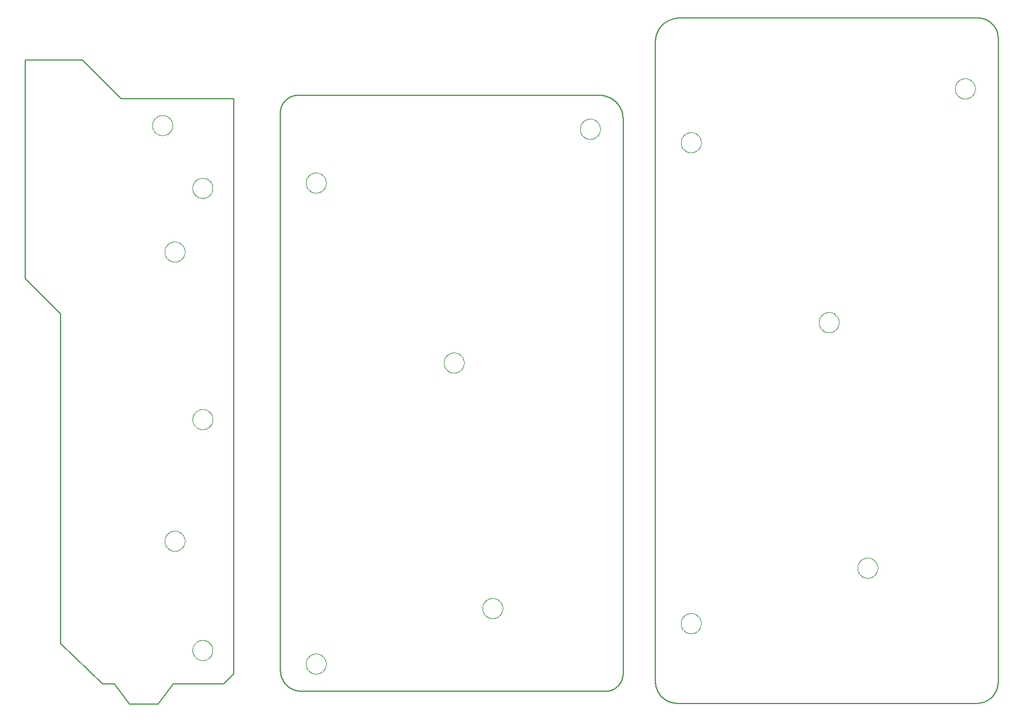
<source format=gbr>
G04 EAGLE Gerber RS-274X export*
G75*
%MOMM*%
%FSLAX34Y34*%
%LPD*%
%IN*%
%IPPOS*%
%AMOC8*
5,1,8,0,0,1.08239X$1,22.5*%
G01*
G04 Define Apertures*
%ADD10C,0.000000*%
%ADD11C,0.203200*%
%ADD12C,0.200000*%
D10*
X252933Y792163D02*
X252938Y792537D01*
X252951Y792911D01*
X252974Y793284D01*
X253006Y793657D01*
X253048Y794029D01*
X253098Y794399D01*
X253157Y794768D01*
X253226Y795136D01*
X253303Y795502D01*
X253390Y795866D01*
X253485Y796228D01*
X253589Y796587D01*
X253702Y796944D01*
X253824Y797297D01*
X253954Y797648D01*
X254093Y797995D01*
X254240Y798339D01*
X254396Y798679D01*
X254560Y799015D01*
X254733Y799347D01*
X254913Y799675D01*
X255101Y799998D01*
X255297Y800316D01*
X255501Y800630D01*
X255713Y800938D01*
X255932Y801241D01*
X256159Y801539D01*
X256392Y801831D01*
X256633Y802117D01*
X256881Y802398D01*
X257135Y802672D01*
X257397Y802939D01*
X257664Y803201D01*
X257938Y803455D01*
X258219Y803703D01*
X258505Y803944D01*
X258797Y804177D01*
X259095Y804404D01*
X259398Y804623D01*
X259706Y804835D01*
X260020Y805039D01*
X260338Y805235D01*
X260661Y805423D01*
X260989Y805603D01*
X261321Y805776D01*
X261657Y805940D01*
X261997Y806096D01*
X262341Y806243D01*
X262688Y806382D01*
X263039Y806512D01*
X263392Y806634D01*
X263749Y806747D01*
X264108Y806851D01*
X264470Y806946D01*
X264834Y807033D01*
X265200Y807110D01*
X265568Y807179D01*
X265937Y807238D01*
X266307Y807288D01*
X266679Y807330D01*
X267052Y807362D01*
X267425Y807385D01*
X267799Y807398D01*
X268173Y807403D01*
X268547Y807398D01*
X268921Y807385D01*
X269294Y807362D01*
X269667Y807330D01*
X270039Y807288D01*
X270409Y807238D01*
X270778Y807179D01*
X271146Y807110D01*
X271512Y807033D01*
X271876Y806946D01*
X272238Y806851D01*
X272597Y806747D01*
X272954Y806634D01*
X273307Y806512D01*
X273658Y806382D01*
X274005Y806243D01*
X274349Y806096D01*
X274689Y805940D01*
X275025Y805776D01*
X275357Y805603D01*
X275685Y805423D01*
X276008Y805235D01*
X276326Y805039D01*
X276640Y804835D01*
X276948Y804623D01*
X277251Y804404D01*
X277549Y804177D01*
X277841Y803944D01*
X278127Y803703D01*
X278408Y803455D01*
X278682Y803201D01*
X278949Y802939D01*
X279211Y802672D01*
X279465Y802398D01*
X279713Y802117D01*
X279954Y801831D01*
X280187Y801539D01*
X280414Y801241D01*
X280633Y800938D01*
X280845Y800630D01*
X281049Y800316D01*
X281245Y799998D01*
X281433Y799675D01*
X281613Y799347D01*
X281786Y799015D01*
X281950Y798679D01*
X282106Y798339D01*
X282253Y797995D01*
X282392Y797648D01*
X282522Y797297D01*
X282644Y796944D01*
X282757Y796587D01*
X282861Y796228D01*
X282956Y795866D01*
X283043Y795502D01*
X283120Y795136D01*
X283189Y794768D01*
X283248Y794399D01*
X283298Y794029D01*
X283340Y793657D01*
X283372Y793284D01*
X283395Y792911D01*
X283408Y792537D01*
X283413Y792163D01*
X283408Y791789D01*
X283395Y791415D01*
X283372Y791042D01*
X283340Y790669D01*
X283298Y790297D01*
X283248Y789927D01*
X283189Y789558D01*
X283120Y789190D01*
X283043Y788824D01*
X282956Y788460D01*
X282861Y788098D01*
X282757Y787739D01*
X282644Y787382D01*
X282522Y787029D01*
X282392Y786678D01*
X282253Y786331D01*
X282106Y785987D01*
X281950Y785647D01*
X281786Y785311D01*
X281613Y784979D01*
X281433Y784651D01*
X281245Y784328D01*
X281049Y784010D01*
X280845Y783696D01*
X280633Y783388D01*
X280414Y783085D01*
X280187Y782787D01*
X279954Y782495D01*
X279713Y782209D01*
X279465Y781928D01*
X279211Y781654D01*
X278949Y781387D01*
X278682Y781125D01*
X278408Y780871D01*
X278127Y780623D01*
X277841Y780382D01*
X277549Y780149D01*
X277251Y779922D01*
X276948Y779703D01*
X276640Y779491D01*
X276326Y779287D01*
X276008Y779091D01*
X275685Y778903D01*
X275357Y778723D01*
X275025Y778550D01*
X274689Y778386D01*
X274349Y778230D01*
X274005Y778083D01*
X273658Y777944D01*
X273307Y777814D01*
X272954Y777692D01*
X272597Y777579D01*
X272238Y777475D01*
X271876Y777380D01*
X271512Y777293D01*
X271146Y777216D01*
X270778Y777147D01*
X270409Y777088D01*
X270039Y777038D01*
X269667Y776996D01*
X269294Y776964D01*
X268921Y776941D01*
X268547Y776928D01*
X268173Y776923D01*
X267799Y776928D01*
X267425Y776941D01*
X267052Y776964D01*
X266679Y776996D01*
X266307Y777038D01*
X265937Y777088D01*
X265568Y777147D01*
X265200Y777216D01*
X264834Y777293D01*
X264470Y777380D01*
X264108Y777475D01*
X263749Y777579D01*
X263392Y777692D01*
X263039Y777814D01*
X262688Y777944D01*
X262341Y778083D01*
X261997Y778230D01*
X261657Y778386D01*
X261321Y778550D01*
X260989Y778723D01*
X260661Y778903D01*
X260338Y779091D01*
X260020Y779287D01*
X259706Y779491D01*
X259398Y779703D01*
X259095Y779922D01*
X258797Y780149D01*
X258505Y780382D01*
X258219Y780623D01*
X257938Y780871D01*
X257664Y781125D01*
X257397Y781387D01*
X257135Y781654D01*
X256881Y781928D01*
X256633Y782209D01*
X256392Y782495D01*
X256159Y782787D01*
X255932Y783085D01*
X255713Y783388D01*
X255501Y783696D01*
X255297Y784010D01*
X255101Y784328D01*
X254913Y784651D01*
X254733Y784979D01*
X254560Y785311D01*
X254396Y785647D01*
X254240Y785987D01*
X254093Y786331D01*
X253954Y786678D01*
X253824Y787029D01*
X253702Y787382D01*
X253589Y787739D01*
X253485Y788098D01*
X253390Y788460D01*
X253303Y788824D01*
X253226Y789190D01*
X253157Y789558D01*
X253098Y789927D01*
X253048Y790297D01*
X253006Y790669D01*
X252974Y791042D01*
X252951Y791415D01*
X252938Y791789D01*
X252933Y792163D01*
X252933Y94152D02*
X252938Y94526D01*
X252951Y94900D01*
X252974Y95273D01*
X253006Y95646D01*
X253048Y96018D01*
X253098Y96388D01*
X253157Y96757D01*
X253226Y97125D01*
X253303Y97491D01*
X253390Y97855D01*
X253485Y98217D01*
X253589Y98576D01*
X253702Y98933D01*
X253824Y99286D01*
X253954Y99637D01*
X254093Y99984D01*
X254240Y100328D01*
X254396Y100668D01*
X254560Y101004D01*
X254733Y101336D01*
X254913Y101664D01*
X255101Y101987D01*
X255297Y102305D01*
X255501Y102619D01*
X255713Y102927D01*
X255932Y103230D01*
X256159Y103528D01*
X256392Y103820D01*
X256633Y104106D01*
X256881Y104387D01*
X257135Y104661D01*
X257397Y104928D01*
X257664Y105190D01*
X257938Y105444D01*
X258219Y105692D01*
X258505Y105933D01*
X258797Y106166D01*
X259095Y106393D01*
X259398Y106612D01*
X259706Y106824D01*
X260020Y107028D01*
X260338Y107224D01*
X260661Y107412D01*
X260989Y107592D01*
X261321Y107765D01*
X261657Y107929D01*
X261997Y108085D01*
X262341Y108232D01*
X262688Y108371D01*
X263039Y108501D01*
X263392Y108623D01*
X263749Y108736D01*
X264108Y108840D01*
X264470Y108935D01*
X264834Y109022D01*
X265200Y109099D01*
X265568Y109168D01*
X265937Y109227D01*
X266307Y109277D01*
X266679Y109319D01*
X267052Y109351D01*
X267425Y109374D01*
X267799Y109387D01*
X268173Y109392D01*
X268547Y109387D01*
X268921Y109374D01*
X269294Y109351D01*
X269667Y109319D01*
X270039Y109277D01*
X270409Y109227D01*
X270778Y109168D01*
X271146Y109099D01*
X271512Y109022D01*
X271876Y108935D01*
X272238Y108840D01*
X272597Y108736D01*
X272954Y108623D01*
X273307Y108501D01*
X273658Y108371D01*
X274005Y108232D01*
X274349Y108085D01*
X274689Y107929D01*
X275025Y107765D01*
X275357Y107592D01*
X275685Y107412D01*
X276008Y107224D01*
X276326Y107028D01*
X276640Y106824D01*
X276948Y106612D01*
X277251Y106393D01*
X277549Y106166D01*
X277841Y105933D01*
X278127Y105692D01*
X278408Y105444D01*
X278682Y105190D01*
X278949Y104928D01*
X279211Y104661D01*
X279465Y104387D01*
X279713Y104106D01*
X279954Y103820D01*
X280187Y103528D01*
X280414Y103230D01*
X280633Y102927D01*
X280845Y102619D01*
X281049Y102305D01*
X281245Y101987D01*
X281433Y101664D01*
X281613Y101336D01*
X281786Y101004D01*
X281950Y100668D01*
X282106Y100328D01*
X282253Y99984D01*
X282392Y99637D01*
X282522Y99286D01*
X282644Y98933D01*
X282757Y98576D01*
X282861Y98217D01*
X282956Y97855D01*
X283043Y97491D01*
X283120Y97125D01*
X283189Y96757D01*
X283248Y96388D01*
X283298Y96018D01*
X283340Y95646D01*
X283372Y95273D01*
X283395Y94900D01*
X283408Y94526D01*
X283413Y94152D01*
X283408Y93778D01*
X283395Y93404D01*
X283372Y93031D01*
X283340Y92658D01*
X283298Y92286D01*
X283248Y91916D01*
X283189Y91547D01*
X283120Y91179D01*
X283043Y90813D01*
X282956Y90449D01*
X282861Y90087D01*
X282757Y89728D01*
X282644Y89371D01*
X282522Y89018D01*
X282392Y88667D01*
X282253Y88320D01*
X282106Y87976D01*
X281950Y87636D01*
X281786Y87300D01*
X281613Y86968D01*
X281433Y86640D01*
X281245Y86317D01*
X281049Y85999D01*
X280845Y85685D01*
X280633Y85377D01*
X280414Y85074D01*
X280187Y84776D01*
X279954Y84484D01*
X279713Y84198D01*
X279465Y83917D01*
X279211Y83643D01*
X278949Y83376D01*
X278682Y83114D01*
X278408Y82860D01*
X278127Y82612D01*
X277841Y82371D01*
X277549Y82138D01*
X277251Y81911D01*
X276948Y81692D01*
X276640Y81480D01*
X276326Y81276D01*
X276008Y81080D01*
X275685Y80892D01*
X275357Y80712D01*
X275025Y80539D01*
X274689Y80375D01*
X274349Y80219D01*
X274005Y80072D01*
X273658Y79933D01*
X273307Y79803D01*
X272954Y79681D01*
X272597Y79568D01*
X272238Y79464D01*
X271876Y79369D01*
X271512Y79282D01*
X271146Y79205D01*
X270778Y79136D01*
X270409Y79077D01*
X270039Y79027D01*
X269667Y78985D01*
X269294Y78953D01*
X268921Y78930D01*
X268547Y78917D01*
X268173Y78912D01*
X267799Y78917D01*
X267425Y78930D01*
X267052Y78953D01*
X266679Y78985D01*
X266307Y79027D01*
X265937Y79077D01*
X265568Y79136D01*
X265200Y79205D01*
X264834Y79282D01*
X264470Y79369D01*
X264108Y79464D01*
X263749Y79568D01*
X263392Y79681D01*
X263039Y79803D01*
X262688Y79933D01*
X262341Y80072D01*
X261997Y80219D01*
X261657Y80375D01*
X261321Y80539D01*
X260989Y80712D01*
X260661Y80892D01*
X260338Y81080D01*
X260020Y81276D01*
X259706Y81480D01*
X259398Y81692D01*
X259095Y81911D01*
X258797Y82138D01*
X258505Y82371D01*
X258219Y82612D01*
X257938Y82860D01*
X257664Y83114D01*
X257397Y83376D01*
X257135Y83643D01*
X256881Y83917D01*
X256633Y84198D01*
X256392Y84484D01*
X256159Y84776D01*
X255932Y85074D01*
X255713Y85377D01*
X255501Y85685D01*
X255297Y85999D01*
X255101Y86317D01*
X254913Y86640D01*
X254733Y86968D01*
X254560Y87300D01*
X254396Y87636D01*
X254240Y87976D01*
X254093Y88320D01*
X253954Y88667D01*
X253824Y89018D01*
X253702Y89371D01*
X253589Y89728D01*
X253485Y90087D01*
X253390Y90449D01*
X253303Y90813D01*
X253226Y91179D01*
X253157Y91547D01*
X253098Y91916D01*
X253048Y92286D01*
X253006Y92658D01*
X252974Y93031D01*
X252951Y93404D01*
X252938Y93778D01*
X252933Y94152D01*
X252933Y442870D02*
X252938Y443244D01*
X252951Y443618D01*
X252974Y443991D01*
X253006Y444364D01*
X253048Y444736D01*
X253098Y445106D01*
X253157Y445475D01*
X253226Y445843D01*
X253303Y446209D01*
X253390Y446573D01*
X253485Y446935D01*
X253589Y447294D01*
X253702Y447651D01*
X253824Y448004D01*
X253954Y448355D01*
X254093Y448702D01*
X254240Y449046D01*
X254396Y449386D01*
X254560Y449722D01*
X254733Y450054D01*
X254913Y450382D01*
X255101Y450705D01*
X255297Y451023D01*
X255501Y451337D01*
X255713Y451645D01*
X255932Y451948D01*
X256159Y452246D01*
X256392Y452538D01*
X256633Y452824D01*
X256881Y453105D01*
X257135Y453379D01*
X257397Y453646D01*
X257664Y453908D01*
X257938Y454162D01*
X258219Y454410D01*
X258505Y454651D01*
X258797Y454884D01*
X259095Y455111D01*
X259398Y455330D01*
X259706Y455542D01*
X260020Y455746D01*
X260338Y455942D01*
X260661Y456130D01*
X260989Y456310D01*
X261321Y456483D01*
X261657Y456647D01*
X261997Y456803D01*
X262341Y456950D01*
X262688Y457089D01*
X263039Y457219D01*
X263392Y457341D01*
X263749Y457454D01*
X264108Y457558D01*
X264470Y457653D01*
X264834Y457740D01*
X265200Y457817D01*
X265568Y457886D01*
X265937Y457945D01*
X266307Y457995D01*
X266679Y458037D01*
X267052Y458069D01*
X267425Y458092D01*
X267799Y458105D01*
X268173Y458110D01*
X268547Y458105D01*
X268921Y458092D01*
X269294Y458069D01*
X269667Y458037D01*
X270039Y457995D01*
X270409Y457945D01*
X270778Y457886D01*
X271146Y457817D01*
X271512Y457740D01*
X271876Y457653D01*
X272238Y457558D01*
X272597Y457454D01*
X272954Y457341D01*
X273307Y457219D01*
X273658Y457089D01*
X274005Y456950D01*
X274349Y456803D01*
X274689Y456647D01*
X275025Y456483D01*
X275357Y456310D01*
X275685Y456130D01*
X276008Y455942D01*
X276326Y455746D01*
X276640Y455542D01*
X276948Y455330D01*
X277251Y455111D01*
X277549Y454884D01*
X277841Y454651D01*
X278127Y454410D01*
X278408Y454162D01*
X278682Y453908D01*
X278949Y453646D01*
X279211Y453379D01*
X279465Y453105D01*
X279713Y452824D01*
X279954Y452538D01*
X280187Y452246D01*
X280414Y451948D01*
X280633Y451645D01*
X280845Y451337D01*
X281049Y451023D01*
X281245Y450705D01*
X281433Y450382D01*
X281613Y450054D01*
X281786Y449722D01*
X281950Y449386D01*
X282106Y449046D01*
X282253Y448702D01*
X282392Y448355D01*
X282522Y448004D01*
X282644Y447651D01*
X282757Y447294D01*
X282861Y446935D01*
X282956Y446573D01*
X283043Y446209D01*
X283120Y445843D01*
X283189Y445475D01*
X283248Y445106D01*
X283298Y444736D01*
X283340Y444364D01*
X283372Y443991D01*
X283395Y443618D01*
X283408Y443244D01*
X283413Y442870D01*
X283408Y442496D01*
X283395Y442122D01*
X283372Y441749D01*
X283340Y441376D01*
X283298Y441004D01*
X283248Y440634D01*
X283189Y440265D01*
X283120Y439897D01*
X283043Y439531D01*
X282956Y439167D01*
X282861Y438805D01*
X282757Y438446D01*
X282644Y438089D01*
X282522Y437736D01*
X282392Y437385D01*
X282253Y437038D01*
X282106Y436694D01*
X281950Y436354D01*
X281786Y436018D01*
X281613Y435686D01*
X281433Y435358D01*
X281245Y435035D01*
X281049Y434717D01*
X280845Y434403D01*
X280633Y434095D01*
X280414Y433792D01*
X280187Y433494D01*
X279954Y433202D01*
X279713Y432916D01*
X279465Y432635D01*
X279211Y432361D01*
X278949Y432094D01*
X278682Y431832D01*
X278408Y431578D01*
X278127Y431330D01*
X277841Y431089D01*
X277549Y430856D01*
X277251Y430629D01*
X276948Y430410D01*
X276640Y430198D01*
X276326Y429994D01*
X276008Y429798D01*
X275685Y429610D01*
X275357Y429430D01*
X275025Y429257D01*
X274689Y429093D01*
X274349Y428937D01*
X274005Y428790D01*
X273658Y428651D01*
X273307Y428521D01*
X272954Y428399D01*
X272597Y428286D01*
X272238Y428182D01*
X271876Y428087D01*
X271512Y428000D01*
X271146Y427923D01*
X270778Y427854D01*
X270409Y427795D01*
X270039Y427745D01*
X269667Y427703D01*
X269294Y427671D01*
X268921Y427648D01*
X268547Y427635D01*
X268173Y427630D01*
X267799Y427635D01*
X267425Y427648D01*
X267052Y427671D01*
X266679Y427703D01*
X266307Y427745D01*
X265937Y427795D01*
X265568Y427854D01*
X265200Y427923D01*
X264834Y428000D01*
X264470Y428087D01*
X264108Y428182D01*
X263749Y428286D01*
X263392Y428399D01*
X263039Y428521D01*
X262688Y428651D01*
X262341Y428790D01*
X261997Y428937D01*
X261657Y429093D01*
X261321Y429257D01*
X260989Y429430D01*
X260661Y429610D01*
X260338Y429798D01*
X260020Y429994D01*
X259706Y430198D01*
X259398Y430410D01*
X259095Y430629D01*
X258797Y430856D01*
X258505Y431089D01*
X258219Y431330D01*
X257938Y431578D01*
X257664Y431832D01*
X257397Y432094D01*
X257135Y432361D01*
X256881Y432635D01*
X256633Y432916D01*
X256392Y433202D01*
X256159Y433494D01*
X255932Y433792D01*
X255713Y434095D01*
X255501Y434403D01*
X255297Y434717D01*
X255101Y435035D01*
X254913Y435358D01*
X254733Y435686D01*
X254560Y436018D01*
X254396Y436354D01*
X254240Y436694D01*
X254093Y437038D01*
X253954Y437385D01*
X253824Y437736D01*
X253702Y438089D01*
X253589Y438446D01*
X253485Y438805D01*
X253390Y439167D01*
X253303Y439531D01*
X253226Y439897D01*
X253157Y440265D01*
X253098Y440634D01*
X253048Y441004D01*
X253006Y441376D01*
X252974Y441749D01*
X252951Y442122D01*
X252938Y442496D01*
X252933Y442870D01*
X192151Y886959D02*
X192156Y887333D01*
X192169Y887707D01*
X192192Y888080D01*
X192224Y888453D01*
X192266Y888825D01*
X192316Y889195D01*
X192375Y889564D01*
X192444Y889932D01*
X192521Y890298D01*
X192608Y890662D01*
X192703Y891024D01*
X192807Y891383D01*
X192920Y891740D01*
X193042Y892093D01*
X193172Y892444D01*
X193311Y892791D01*
X193458Y893135D01*
X193614Y893475D01*
X193778Y893811D01*
X193951Y894143D01*
X194131Y894471D01*
X194319Y894794D01*
X194515Y895112D01*
X194719Y895426D01*
X194931Y895734D01*
X195150Y896037D01*
X195377Y896335D01*
X195610Y896627D01*
X195851Y896913D01*
X196099Y897194D01*
X196353Y897468D01*
X196615Y897735D01*
X196882Y897997D01*
X197156Y898251D01*
X197437Y898499D01*
X197723Y898740D01*
X198015Y898973D01*
X198313Y899200D01*
X198616Y899419D01*
X198924Y899631D01*
X199238Y899835D01*
X199556Y900031D01*
X199879Y900219D01*
X200207Y900399D01*
X200539Y900572D01*
X200875Y900736D01*
X201215Y900892D01*
X201559Y901039D01*
X201906Y901178D01*
X202257Y901308D01*
X202610Y901430D01*
X202967Y901543D01*
X203326Y901647D01*
X203688Y901742D01*
X204052Y901829D01*
X204418Y901906D01*
X204786Y901975D01*
X205155Y902034D01*
X205525Y902084D01*
X205897Y902126D01*
X206270Y902158D01*
X206643Y902181D01*
X207017Y902194D01*
X207391Y902199D01*
X207765Y902194D01*
X208139Y902181D01*
X208512Y902158D01*
X208885Y902126D01*
X209257Y902084D01*
X209627Y902034D01*
X209996Y901975D01*
X210364Y901906D01*
X210730Y901829D01*
X211094Y901742D01*
X211456Y901647D01*
X211815Y901543D01*
X212172Y901430D01*
X212525Y901308D01*
X212876Y901178D01*
X213223Y901039D01*
X213567Y900892D01*
X213907Y900736D01*
X214243Y900572D01*
X214575Y900399D01*
X214903Y900219D01*
X215226Y900031D01*
X215544Y899835D01*
X215858Y899631D01*
X216166Y899419D01*
X216469Y899200D01*
X216767Y898973D01*
X217059Y898740D01*
X217345Y898499D01*
X217626Y898251D01*
X217900Y897997D01*
X218167Y897735D01*
X218429Y897468D01*
X218683Y897194D01*
X218931Y896913D01*
X219172Y896627D01*
X219405Y896335D01*
X219632Y896037D01*
X219851Y895734D01*
X220063Y895426D01*
X220267Y895112D01*
X220463Y894794D01*
X220651Y894471D01*
X220831Y894143D01*
X221004Y893811D01*
X221168Y893475D01*
X221324Y893135D01*
X221471Y892791D01*
X221610Y892444D01*
X221740Y892093D01*
X221862Y891740D01*
X221975Y891383D01*
X222079Y891024D01*
X222174Y890662D01*
X222261Y890298D01*
X222338Y889932D01*
X222407Y889564D01*
X222466Y889195D01*
X222516Y888825D01*
X222558Y888453D01*
X222590Y888080D01*
X222613Y887707D01*
X222626Y887333D01*
X222631Y886959D01*
X222626Y886585D01*
X222613Y886211D01*
X222590Y885838D01*
X222558Y885465D01*
X222516Y885093D01*
X222466Y884723D01*
X222407Y884354D01*
X222338Y883986D01*
X222261Y883620D01*
X222174Y883256D01*
X222079Y882894D01*
X221975Y882535D01*
X221862Y882178D01*
X221740Y881825D01*
X221610Y881474D01*
X221471Y881127D01*
X221324Y880783D01*
X221168Y880443D01*
X221004Y880107D01*
X220831Y879775D01*
X220651Y879447D01*
X220463Y879124D01*
X220267Y878806D01*
X220063Y878492D01*
X219851Y878184D01*
X219632Y877881D01*
X219405Y877583D01*
X219172Y877291D01*
X218931Y877005D01*
X218683Y876724D01*
X218429Y876450D01*
X218167Y876183D01*
X217900Y875921D01*
X217626Y875667D01*
X217345Y875419D01*
X217059Y875178D01*
X216767Y874945D01*
X216469Y874718D01*
X216166Y874499D01*
X215858Y874287D01*
X215544Y874083D01*
X215226Y873887D01*
X214903Y873699D01*
X214575Y873519D01*
X214243Y873346D01*
X213907Y873182D01*
X213567Y873026D01*
X213223Y872879D01*
X212876Y872740D01*
X212525Y872610D01*
X212172Y872488D01*
X211815Y872375D01*
X211456Y872271D01*
X211094Y872176D01*
X210730Y872089D01*
X210364Y872012D01*
X209996Y871943D01*
X209627Y871884D01*
X209257Y871834D01*
X208885Y871792D01*
X208512Y871760D01*
X208139Y871737D01*
X207765Y871724D01*
X207391Y871719D01*
X207017Y871724D01*
X206643Y871737D01*
X206270Y871760D01*
X205897Y871792D01*
X205525Y871834D01*
X205155Y871884D01*
X204786Y871943D01*
X204418Y872012D01*
X204052Y872089D01*
X203688Y872176D01*
X203326Y872271D01*
X202967Y872375D01*
X202610Y872488D01*
X202257Y872610D01*
X201906Y872740D01*
X201559Y872879D01*
X201215Y873026D01*
X200875Y873182D01*
X200539Y873346D01*
X200207Y873519D01*
X199879Y873699D01*
X199556Y873887D01*
X199238Y874083D01*
X198924Y874287D01*
X198616Y874499D01*
X198313Y874718D01*
X198015Y874945D01*
X197723Y875178D01*
X197437Y875419D01*
X197156Y875667D01*
X196882Y875921D01*
X196615Y876183D01*
X196353Y876450D01*
X196099Y876724D01*
X195851Y877005D01*
X195610Y877291D01*
X195377Y877583D01*
X195150Y877881D01*
X194931Y878184D01*
X194719Y878492D01*
X194515Y878806D01*
X194319Y879124D01*
X194131Y879447D01*
X193951Y879775D01*
X193778Y880107D01*
X193614Y880443D01*
X193458Y880783D01*
X193311Y881127D01*
X193172Y881474D01*
X193042Y881825D01*
X192920Y882178D01*
X192807Y882535D01*
X192703Y882894D01*
X192608Y883256D01*
X192521Y883620D01*
X192444Y883986D01*
X192375Y884354D01*
X192316Y884723D01*
X192266Y885093D01*
X192224Y885465D01*
X192192Y885838D01*
X192169Y886211D01*
X192156Y886585D01*
X192151Y886959D01*
D11*
X86360Y985520D02*
X0Y985520D01*
X86360Y985520D02*
X144780Y927100D01*
X314960Y927100D01*
X314960Y58420D01*
X299720Y43180D01*
X223520Y43180D01*
X200660Y12700D01*
X157480Y12700D01*
X134620Y43180D01*
X116840Y43180D01*
X53340Y104140D01*
X53340Y601980D01*
X0Y655320D01*
X0Y985520D01*
D10*
X210820Y695960D02*
X210825Y696334D01*
X210838Y696708D01*
X210861Y697081D01*
X210893Y697454D01*
X210935Y697826D01*
X210985Y698196D01*
X211044Y698565D01*
X211113Y698933D01*
X211190Y699299D01*
X211277Y699663D01*
X211372Y700025D01*
X211476Y700384D01*
X211589Y700741D01*
X211711Y701094D01*
X211841Y701445D01*
X211980Y701792D01*
X212127Y702136D01*
X212283Y702476D01*
X212447Y702812D01*
X212620Y703144D01*
X212800Y703472D01*
X212988Y703795D01*
X213184Y704113D01*
X213388Y704427D01*
X213600Y704735D01*
X213819Y705038D01*
X214046Y705336D01*
X214279Y705628D01*
X214520Y705914D01*
X214768Y706195D01*
X215022Y706469D01*
X215284Y706736D01*
X215551Y706998D01*
X215825Y707252D01*
X216106Y707500D01*
X216392Y707741D01*
X216684Y707974D01*
X216982Y708201D01*
X217285Y708420D01*
X217593Y708632D01*
X217907Y708836D01*
X218225Y709032D01*
X218548Y709220D01*
X218876Y709400D01*
X219208Y709573D01*
X219544Y709737D01*
X219884Y709893D01*
X220228Y710040D01*
X220575Y710179D01*
X220926Y710309D01*
X221279Y710431D01*
X221636Y710544D01*
X221995Y710648D01*
X222357Y710743D01*
X222721Y710830D01*
X223087Y710907D01*
X223455Y710976D01*
X223824Y711035D01*
X224194Y711085D01*
X224566Y711127D01*
X224939Y711159D01*
X225312Y711182D01*
X225686Y711195D01*
X226060Y711200D01*
X226434Y711195D01*
X226808Y711182D01*
X227181Y711159D01*
X227554Y711127D01*
X227926Y711085D01*
X228296Y711035D01*
X228665Y710976D01*
X229033Y710907D01*
X229399Y710830D01*
X229763Y710743D01*
X230125Y710648D01*
X230484Y710544D01*
X230841Y710431D01*
X231194Y710309D01*
X231545Y710179D01*
X231892Y710040D01*
X232236Y709893D01*
X232576Y709737D01*
X232912Y709573D01*
X233244Y709400D01*
X233572Y709220D01*
X233895Y709032D01*
X234213Y708836D01*
X234527Y708632D01*
X234835Y708420D01*
X235138Y708201D01*
X235436Y707974D01*
X235728Y707741D01*
X236014Y707500D01*
X236295Y707252D01*
X236569Y706998D01*
X236836Y706736D01*
X237098Y706469D01*
X237352Y706195D01*
X237600Y705914D01*
X237841Y705628D01*
X238074Y705336D01*
X238301Y705038D01*
X238520Y704735D01*
X238732Y704427D01*
X238936Y704113D01*
X239132Y703795D01*
X239320Y703472D01*
X239500Y703144D01*
X239673Y702812D01*
X239837Y702476D01*
X239993Y702136D01*
X240140Y701792D01*
X240279Y701445D01*
X240409Y701094D01*
X240531Y700741D01*
X240644Y700384D01*
X240748Y700025D01*
X240843Y699663D01*
X240930Y699299D01*
X241007Y698933D01*
X241076Y698565D01*
X241135Y698196D01*
X241185Y697826D01*
X241227Y697454D01*
X241259Y697081D01*
X241282Y696708D01*
X241295Y696334D01*
X241300Y695960D01*
X241295Y695586D01*
X241282Y695212D01*
X241259Y694839D01*
X241227Y694466D01*
X241185Y694094D01*
X241135Y693724D01*
X241076Y693355D01*
X241007Y692987D01*
X240930Y692621D01*
X240843Y692257D01*
X240748Y691895D01*
X240644Y691536D01*
X240531Y691179D01*
X240409Y690826D01*
X240279Y690475D01*
X240140Y690128D01*
X239993Y689784D01*
X239837Y689444D01*
X239673Y689108D01*
X239500Y688776D01*
X239320Y688448D01*
X239132Y688125D01*
X238936Y687807D01*
X238732Y687493D01*
X238520Y687185D01*
X238301Y686882D01*
X238074Y686584D01*
X237841Y686292D01*
X237600Y686006D01*
X237352Y685725D01*
X237098Y685451D01*
X236836Y685184D01*
X236569Y684922D01*
X236295Y684668D01*
X236014Y684420D01*
X235728Y684179D01*
X235436Y683946D01*
X235138Y683719D01*
X234835Y683500D01*
X234527Y683288D01*
X234213Y683084D01*
X233895Y682888D01*
X233572Y682700D01*
X233244Y682520D01*
X232912Y682347D01*
X232576Y682183D01*
X232236Y682027D01*
X231892Y681880D01*
X231545Y681741D01*
X231194Y681611D01*
X230841Y681489D01*
X230484Y681376D01*
X230125Y681272D01*
X229763Y681177D01*
X229399Y681090D01*
X229033Y681013D01*
X228665Y680944D01*
X228296Y680885D01*
X227926Y680835D01*
X227554Y680793D01*
X227181Y680761D01*
X226808Y680738D01*
X226434Y680725D01*
X226060Y680720D01*
X225686Y680725D01*
X225312Y680738D01*
X224939Y680761D01*
X224566Y680793D01*
X224194Y680835D01*
X223824Y680885D01*
X223455Y680944D01*
X223087Y681013D01*
X222721Y681090D01*
X222357Y681177D01*
X221995Y681272D01*
X221636Y681376D01*
X221279Y681489D01*
X220926Y681611D01*
X220575Y681741D01*
X220228Y681880D01*
X219884Y682027D01*
X219544Y682183D01*
X219208Y682347D01*
X218876Y682520D01*
X218548Y682700D01*
X218225Y682888D01*
X217907Y683084D01*
X217593Y683288D01*
X217285Y683500D01*
X216982Y683719D01*
X216684Y683946D01*
X216392Y684179D01*
X216106Y684420D01*
X215825Y684668D01*
X215551Y684922D01*
X215284Y685184D01*
X215022Y685451D01*
X214768Y685725D01*
X214520Y686006D01*
X214279Y686292D01*
X214046Y686584D01*
X213819Y686882D01*
X213600Y687185D01*
X213388Y687493D01*
X213184Y687807D01*
X212988Y688125D01*
X212800Y688448D01*
X212620Y688776D01*
X212447Y689108D01*
X212283Y689444D01*
X212127Y689784D01*
X211980Y690128D01*
X211841Y690475D01*
X211711Y690826D01*
X211589Y691179D01*
X211476Y691536D01*
X211372Y691895D01*
X211277Y692257D01*
X211190Y692621D01*
X211113Y692987D01*
X211044Y693355D01*
X210985Y693724D01*
X210935Y694094D01*
X210893Y694466D01*
X210861Y694839D01*
X210838Y695212D01*
X210825Y695586D01*
X210820Y695960D01*
X210820Y259080D02*
X210825Y259454D01*
X210838Y259828D01*
X210861Y260201D01*
X210893Y260574D01*
X210935Y260946D01*
X210985Y261316D01*
X211044Y261685D01*
X211113Y262053D01*
X211190Y262419D01*
X211277Y262783D01*
X211372Y263145D01*
X211476Y263504D01*
X211589Y263861D01*
X211711Y264214D01*
X211841Y264565D01*
X211980Y264912D01*
X212127Y265256D01*
X212283Y265596D01*
X212447Y265932D01*
X212620Y266264D01*
X212800Y266592D01*
X212988Y266915D01*
X213184Y267233D01*
X213388Y267547D01*
X213600Y267855D01*
X213819Y268158D01*
X214046Y268456D01*
X214279Y268748D01*
X214520Y269034D01*
X214768Y269315D01*
X215022Y269589D01*
X215284Y269856D01*
X215551Y270118D01*
X215825Y270372D01*
X216106Y270620D01*
X216392Y270861D01*
X216684Y271094D01*
X216982Y271321D01*
X217285Y271540D01*
X217593Y271752D01*
X217907Y271956D01*
X218225Y272152D01*
X218548Y272340D01*
X218876Y272520D01*
X219208Y272693D01*
X219544Y272857D01*
X219884Y273013D01*
X220228Y273160D01*
X220575Y273299D01*
X220926Y273429D01*
X221279Y273551D01*
X221636Y273664D01*
X221995Y273768D01*
X222357Y273863D01*
X222721Y273950D01*
X223087Y274027D01*
X223455Y274096D01*
X223824Y274155D01*
X224194Y274205D01*
X224566Y274247D01*
X224939Y274279D01*
X225312Y274302D01*
X225686Y274315D01*
X226060Y274320D01*
X226434Y274315D01*
X226808Y274302D01*
X227181Y274279D01*
X227554Y274247D01*
X227926Y274205D01*
X228296Y274155D01*
X228665Y274096D01*
X229033Y274027D01*
X229399Y273950D01*
X229763Y273863D01*
X230125Y273768D01*
X230484Y273664D01*
X230841Y273551D01*
X231194Y273429D01*
X231545Y273299D01*
X231892Y273160D01*
X232236Y273013D01*
X232576Y272857D01*
X232912Y272693D01*
X233244Y272520D01*
X233572Y272340D01*
X233895Y272152D01*
X234213Y271956D01*
X234527Y271752D01*
X234835Y271540D01*
X235138Y271321D01*
X235436Y271094D01*
X235728Y270861D01*
X236014Y270620D01*
X236295Y270372D01*
X236569Y270118D01*
X236836Y269856D01*
X237098Y269589D01*
X237352Y269315D01*
X237600Y269034D01*
X237841Y268748D01*
X238074Y268456D01*
X238301Y268158D01*
X238520Y267855D01*
X238732Y267547D01*
X238936Y267233D01*
X239132Y266915D01*
X239320Y266592D01*
X239500Y266264D01*
X239673Y265932D01*
X239837Y265596D01*
X239993Y265256D01*
X240140Y264912D01*
X240279Y264565D01*
X240409Y264214D01*
X240531Y263861D01*
X240644Y263504D01*
X240748Y263145D01*
X240843Y262783D01*
X240930Y262419D01*
X241007Y262053D01*
X241076Y261685D01*
X241135Y261316D01*
X241185Y260946D01*
X241227Y260574D01*
X241259Y260201D01*
X241282Y259828D01*
X241295Y259454D01*
X241300Y259080D01*
X241295Y258706D01*
X241282Y258332D01*
X241259Y257959D01*
X241227Y257586D01*
X241185Y257214D01*
X241135Y256844D01*
X241076Y256475D01*
X241007Y256107D01*
X240930Y255741D01*
X240843Y255377D01*
X240748Y255015D01*
X240644Y254656D01*
X240531Y254299D01*
X240409Y253946D01*
X240279Y253595D01*
X240140Y253248D01*
X239993Y252904D01*
X239837Y252564D01*
X239673Y252228D01*
X239500Y251896D01*
X239320Y251568D01*
X239132Y251245D01*
X238936Y250927D01*
X238732Y250613D01*
X238520Y250305D01*
X238301Y250002D01*
X238074Y249704D01*
X237841Y249412D01*
X237600Y249126D01*
X237352Y248845D01*
X237098Y248571D01*
X236836Y248304D01*
X236569Y248042D01*
X236295Y247788D01*
X236014Y247540D01*
X235728Y247299D01*
X235436Y247066D01*
X235138Y246839D01*
X234835Y246620D01*
X234527Y246408D01*
X234213Y246204D01*
X233895Y246008D01*
X233572Y245820D01*
X233244Y245640D01*
X232912Y245467D01*
X232576Y245303D01*
X232236Y245147D01*
X231892Y245000D01*
X231545Y244861D01*
X231194Y244731D01*
X230841Y244609D01*
X230484Y244496D01*
X230125Y244392D01*
X229763Y244297D01*
X229399Y244210D01*
X229033Y244133D01*
X228665Y244064D01*
X228296Y244005D01*
X227926Y243955D01*
X227554Y243913D01*
X227181Y243881D01*
X226808Y243858D01*
X226434Y243845D01*
X226060Y243840D01*
X225686Y243845D01*
X225312Y243858D01*
X224939Y243881D01*
X224566Y243913D01*
X224194Y243955D01*
X223824Y244005D01*
X223455Y244064D01*
X223087Y244133D01*
X222721Y244210D01*
X222357Y244297D01*
X221995Y244392D01*
X221636Y244496D01*
X221279Y244609D01*
X220926Y244731D01*
X220575Y244861D01*
X220228Y245000D01*
X219884Y245147D01*
X219544Y245303D01*
X219208Y245467D01*
X218876Y245640D01*
X218548Y245820D01*
X218225Y246008D01*
X217907Y246204D01*
X217593Y246408D01*
X217285Y246620D01*
X216982Y246839D01*
X216684Y247066D01*
X216392Y247299D01*
X216106Y247540D01*
X215825Y247788D01*
X215551Y248042D01*
X215284Y248304D01*
X215022Y248571D01*
X214768Y248845D01*
X214520Y249126D01*
X214279Y249412D01*
X214046Y249704D01*
X213819Y250002D01*
X213600Y250305D01*
X213388Y250613D01*
X213184Y250927D01*
X212988Y251245D01*
X212800Y251568D01*
X212620Y251896D01*
X212447Y252228D01*
X212283Y252564D01*
X212127Y252904D01*
X211980Y253248D01*
X211841Y253595D01*
X211711Y253946D01*
X211589Y254299D01*
X211476Y254656D01*
X211372Y255015D01*
X211277Y255377D01*
X211190Y255741D01*
X211113Y256107D01*
X211044Y256475D01*
X210985Y256844D01*
X210935Y257214D01*
X210893Y257586D01*
X210861Y257959D01*
X210838Y258332D01*
X210825Y258706D01*
X210820Y259080D01*
X424180Y800100D02*
X424185Y800474D01*
X424198Y800848D01*
X424221Y801221D01*
X424253Y801594D01*
X424295Y801966D01*
X424345Y802336D01*
X424404Y802705D01*
X424473Y803073D01*
X424550Y803439D01*
X424637Y803803D01*
X424732Y804165D01*
X424836Y804524D01*
X424949Y804881D01*
X425071Y805234D01*
X425201Y805585D01*
X425340Y805932D01*
X425487Y806276D01*
X425643Y806616D01*
X425807Y806952D01*
X425980Y807284D01*
X426160Y807612D01*
X426348Y807935D01*
X426544Y808253D01*
X426748Y808567D01*
X426960Y808875D01*
X427179Y809178D01*
X427406Y809476D01*
X427639Y809768D01*
X427880Y810054D01*
X428128Y810335D01*
X428382Y810609D01*
X428644Y810876D01*
X428911Y811138D01*
X429185Y811392D01*
X429466Y811640D01*
X429752Y811881D01*
X430044Y812114D01*
X430342Y812341D01*
X430645Y812560D01*
X430953Y812772D01*
X431267Y812976D01*
X431585Y813172D01*
X431908Y813360D01*
X432236Y813540D01*
X432568Y813713D01*
X432904Y813877D01*
X433244Y814033D01*
X433588Y814180D01*
X433935Y814319D01*
X434286Y814449D01*
X434639Y814571D01*
X434996Y814684D01*
X435355Y814788D01*
X435717Y814883D01*
X436081Y814970D01*
X436447Y815047D01*
X436815Y815116D01*
X437184Y815175D01*
X437554Y815225D01*
X437926Y815267D01*
X438299Y815299D01*
X438672Y815322D01*
X439046Y815335D01*
X439420Y815340D01*
X439794Y815335D01*
X440168Y815322D01*
X440541Y815299D01*
X440914Y815267D01*
X441286Y815225D01*
X441656Y815175D01*
X442025Y815116D01*
X442393Y815047D01*
X442759Y814970D01*
X443123Y814883D01*
X443485Y814788D01*
X443844Y814684D01*
X444201Y814571D01*
X444554Y814449D01*
X444905Y814319D01*
X445252Y814180D01*
X445596Y814033D01*
X445936Y813877D01*
X446272Y813713D01*
X446604Y813540D01*
X446932Y813360D01*
X447255Y813172D01*
X447573Y812976D01*
X447887Y812772D01*
X448195Y812560D01*
X448498Y812341D01*
X448796Y812114D01*
X449088Y811881D01*
X449374Y811640D01*
X449655Y811392D01*
X449929Y811138D01*
X450196Y810876D01*
X450458Y810609D01*
X450712Y810335D01*
X450960Y810054D01*
X451201Y809768D01*
X451434Y809476D01*
X451661Y809178D01*
X451880Y808875D01*
X452092Y808567D01*
X452296Y808253D01*
X452492Y807935D01*
X452680Y807612D01*
X452860Y807284D01*
X453033Y806952D01*
X453197Y806616D01*
X453353Y806276D01*
X453500Y805932D01*
X453639Y805585D01*
X453769Y805234D01*
X453891Y804881D01*
X454004Y804524D01*
X454108Y804165D01*
X454203Y803803D01*
X454290Y803439D01*
X454367Y803073D01*
X454436Y802705D01*
X454495Y802336D01*
X454545Y801966D01*
X454587Y801594D01*
X454619Y801221D01*
X454642Y800848D01*
X454655Y800474D01*
X454660Y800100D01*
X454655Y799726D01*
X454642Y799352D01*
X454619Y798979D01*
X454587Y798606D01*
X454545Y798234D01*
X454495Y797864D01*
X454436Y797495D01*
X454367Y797127D01*
X454290Y796761D01*
X454203Y796397D01*
X454108Y796035D01*
X454004Y795676D01*
X453891Y795319D01*
X453769Y794966D01*
X453639Y794615D01*
X453500Y794268D01*
X453353Y793924D01*
X453197Y793584D01*
X453033Y793248D01*
X452860Y792916D01*
X452680Y792588D01*
X452492Y792265D01*
X452296Y791947D01*
X452092Y791633D01*
X451880Y791325D01*
X451661Y791022D01*
X451434Y790724D01*
X451201Y790432D01*
X450960Y790146D01*
X450712Y789865D01*
X450458Y789591D01*
X450196Y789324D01*
X449929Y789062D01*
X449655Y788808D01*
X449374Y788560D01*
X449088Y788319D01*
X448796Y788086D01*
X448498Y787859D01*
X448195Y787640D01*
X447887Y787428D01*
X447573Y787224D01*
X447255Y787028D01*
X446932Y786840D01*
X446604Y786660D01*
X446272Y786487D01*
X445936Y786323D01*
X445596Y786167D01*
X445252Y786020D01*
X444905Y785881D01*
X444554Y785751D01*
X444201Y785629D01*
X443844Y785516D01*
X443485Y785412D01*
X443123Y785317D01*
X442759Y785230D01*
X442393Y785153D01*
X442025Y785084D01*
X441656Y785025D01*
X441286Y784975D01*
X440914Y784933D01*
X440541Y784901D01*
X440168Y784878D01*
X439794Y784865D01*
X439420Y784860D01*
X439046Y784865D01*
X438672Y784878D01*
X438299Y784901D01*
X437926Y784933D01*
X437554Y784975D01*
X437184Y785025D01*
X436815Y785084D01*
X436447Y785153D01*
X436081Y785230D01*
X435717Y785317D01*
X435355Y785412D01*
X434996Y785516D01*
X434639Y785629D01*
X434286Y785751D01*
X433935Y785881D01*
X433588Y786020D01*
X433244Y786167D01*
X432904Y786323D01*
X432568Y786487D01*
X432236Y786660D01*
X431908Y786840D01*
X431585Y787028D01*
X431267Y787224D01*
X430953Y787428D01*
X430645Y787640D01*
X430342Y787859D01*
X430044Y788086D01*
X429752Y788319D01*
X429466Y788560D01*
X429185Y788808D01*
X428911Y789062D01*
X428644Y789324D01*
X428382Y789591D01*
X428128Y789865D01*
X427880Y790146D01*
X427639Y790432D01*
X427406Y790724D01*
X427179Y791022D01*
X426960Y791325D01*
X426748Y791633D01*
X426544Y791947D01*
X426348Y792265D01*
X426160Y792588D01*
X425980Y792916D01*
X425807Y793248D01*
X425643Y793584D01*
X425487Y793924D01*
X425340Y794268D01*
X425201Y794615D01*
X425071Y794966D01*
X424949Y795319D01*
X424836Y795676D01*
X424732Y796035D01*
X424637Y796397D01*
X424550Y796761D01*
X424473Y797127D01*
X424404Y797495D01*
X424345Y797864D01*
X424295Y798234D01*
X424253Y798606D01*
X424221Y798979D01*
X424198Y799352D01*
X424185Y799726D01*
X424180Y800100D01*
X424180Y73660D02*
X424185Y74034D01*
X424198Y74408D01*
X424221Y74781D01*
X424253Y75154D01*
X424295Y75526D01*
X424345Y75896D01*
X424404Y76265D01*
X424473Y76633D01*
X424550Y76999D01*
X424637Y77363D01*
X424732Y77725D01*
X424836Y78084D01*
X424949Y78441D01*
X425071Y78794D01*
X425201Y79145D01*
X425340Y79492D01*
X425487Y79836D01*
X425643Y80176D01*
X425807Y80512D01*
X425980Y80844D01*
X426160Y81172D01*
X426348Y81495D01*
X426544Y81813D01*
X426748Y82127D01*
X426960Y82435D01*
X427179Y82738D01*
X427406Y83036D01*
X427639Y83328D01*
X427880Y83614D01*
X428128Y83895D01*
X428382Y84169D01*
X428644Y84436D01*
X428911Y84698D01*
X429185Y84952D01*
X429466Y85200D01*
X429752Y85441D01*
X430044Y85674D01*
X430342Y85901D01*
X430645Y86120D01*
X430953Y86332D01*
X431267Y86536D01*
X431585Y86732D01*
X431908Y86920D01*
X432236Y87100D01*
X432568Y87273D01*
X432904Y87437D01*
X433244Y87593D01*
X433588Y87740D01*
X433935Y87879D01*
X434286Y88009D01*
X434639Y88131D01*
X434996Y88244D01*
X435355Y88348D01*
X435717Y88443D01*
X436081Y88530D01*
X436447Y88607D01*
X436815Y88676D01*
X437184Y88735D01*
X437554Y88785D01*
X437926Y88827D01*
X438299Y88859D01*
X438672Y88882D01*
X439046Y88895D01*
X439420Y88900D01*
X439794Y88895D01*
X440168Y88882D01*
X440541Y88859D01*
X440914Y88827D01*
X441286Y88785D01*
X441656Y88735D01*
X442025Y88676D01*
X442393Y88607D01*
X442759Y88530D01*
X443123Y88443D01*
X443485Y88348D01*
X443844Y88244D01*
X444201Y88131D01*
X444554Y88009D01*
X444905Y87879D01*
X445252Y87740D01*
X445596Y87593D01*
X445936Y87437D01*
X446272Y87273D01*
X446604Y87100D01*
X446932Y86920D01*
X447255Y86732D01*
X447573Y86536D01*
X447887Y86332D01*
X448195Y86120D01*
X448498Y85901D01*
X448796Y85674D01*
X449088Y85441D01*
X449374Y85200D01*
X449655Y84952D01*
X449929Y84698D01*
X450196Y84436D01*
X450458Y84169D01*
X450712Y83895D01*
X450960Y83614D01*
X451201Y83328D01*
X451434Y83036D01*
X451661Y82738D01*
X451880Y82435D01*
X452092Y82127D01*
X452296Y81813D01*
X452492Y81495D01*
X452680Y81172D01*
X452860Y80844D01*
X453033Y80512D01*
X453197Y80176D01*
X453353Y79836D01*
X453500Y79492D01*
X453639Y79145D01*
X453769Y78794D01*
X453891Y78441D01*
X454004Y78084D01*
X454108Y77725D01*
X454203Y77363D01*
X454290Y76999D01*
X454367Y76633D01*
X454436Y76265D01*
X454495Y75896D01*
X454545Y75526D01*
X454587Y75154D01*
X454619Y74781D01*
X454642Y74408D01*
X454655Y74034D01*
X454660Y73660D01*
X454655Y73286D01*
X454642Y72912D01*
X454619Y72539D01*
X454587Y72166D01*
X454545Y71794D01*
X454495Y71424D01*
X454436Y71055D01*
X454367Y70687D01*
X454290Y70321D01*
X454203Y69957D01*
X454108Y69595D01*
X454004Y69236D01*
X453891Y68879D01*
X453769Y68526D01*
X453639Y68175D01*
X453500Y67828D01*
X453353Y67484D01*
X453197Y67144D01*
X453033Y66808D01*
X452860Y66476D01*
X452680Y66148D01*
X452492Y65825D01*
X452296Y65507D01*
X452092Y65193D01*
X451880Y64885D01*
X451661Y64582D01*
X451434Y64284D01*
X451201Y63992D01*
X450960Y63706D01*
X450712Y63425D01*
X450458Y63151D01*
X450196Y62884D01*
X449929Y62622D01*
X449655Y62368D01*
X449374Y62120D01*
X449088Y61879D01*
X448796Y61646D01*
X448498Y61419D01*
X448195Y61200D01*
X447887Y60988D01*
X447573Y60784D01*
X447255Y60588D01*
X446932Y60400D01*
X446604Y60220D01*
X446272Y60047D01*
X445936Y59883D01*
X445596Y59727D01*
X445252Y59580D01*
X444905Y59441D01*
X444554Y59311D01*
X444201Y59189D01*
X443844Y59076D01*
X443485Y58972D01*
X443123Y58877D01*
X442759Y58790D01*
X442393Y58713D01*
X442025Y58644D01*
X441656Y58585D01*
X441286Y58535D01*
X440914Y58493D01*
X440541Y58461D01*
X440168Y58438D01*
X439794Y58425D01*
X439420Y58420D01*
X439046Y58425D01*
X438672Y58438D01*
X438299Y58461D01*
X437926Y58493D01*
X437554Y58535D01*
X437184Y58585D01*
X436815Y58644D01*
X436447Y58713D01*
X436081Y58790D01*
X435717Y58877D01*
X435355Y58972D01*
X434996Y59076D01*
X434639Y59189D01*
X434286Y59311D01*
X433935Y59441D01*
X433588Y59580D01*
X433244Y59727D01*
X432904Y59883D01*
X432568Y60047D01*
X432236Y60220D01*
X431908Y60400D01*
X431585Y60588D01*
X431267Y60784D01*
X430953Y60988D01*
X430645Y61200D01*
X430342Y61419D01*
X430044Y61646D01*
X429752Y61879D01*
X429466Y62120D01*
X429185Y62368D01*
X428911Y62622D01*
X428644Y62884D01*
X428382Y63151D01*
X428128Y63425D01*
X427880Y63706D01*
X427639Y63992D01*
X427406Y64284D01*
X427179Y64582D01*
X426960Y64885D01*
X426748Y65193D01*
X426544Y65507D01*
X426348Y65825D01*
X426160Y66148D01*
X425980Y66476D01*
X425807Y66808D01*
X425643Y67144D01*
X425487Y67484D01*
X425340Y67828D01*
X425201Y68175D01*
X425071Y68526D01*
X424949Y68879D01*
X424836Y69236D01*
X424732Y69595D01*
X424637Y69957D01*
X424550Y70321D01*
X424473Y70687D01*
X424404Y71055D01*
X424345Y71424D01*
X424295Y71794D01*
X424253Y72166D01*
X424221Y72539D01*
X424198Y72912D01*
X424185Y73286D01*
X424180Y73660D01*
X632460Y528320D02*
X632465Y528694D01*
X632478Y529068D01*
X632501Y529441D01*
X632533Y529814D01*
X632575Y530186D01*
X632625Y530556D01*
X632684Y530925D01*
X632753Y531293D01*
X632830Y531659D01*
X632917Y532023D01*
X633012Y532385D01*
X633116Y532744D01*
X633229Y533101D01*
X633351Y533454D01*
X633481Y533805D01*
X633620Y534152D01*
X633767Y534496D01*
X633923Y534836D01*
X634087Y535172D01*
X634260Y535504D01*
X634440Y535832D01*
X634628Y536155D01*
X634824Y536473D01*
X635028Y536787D01*
X635240Y537095D01*
X635459Y537398D01*
X635686Y537696D01*
X635919Y537988D01*
X636160Y538274D01*
X636408Y538555D01*
X636662Y538829D01*
X636924Y539096D01*
X637191Y539358D01*
X637465Y539612D01*
X637746Y539860D01*
X638032Y540101D01*
X638324Y540334D01*
X638622Y540561D01*
X638925Y540780D01*
X639233Y540992D01*
X639547Y541196D01*
X639865Y541392D01*
X640188Y541580D01*
X640516Y541760D01*
X640848Y541933D01*
X641184Y542097D01*
X641524Y542253D01*
X641868Y542400D01*
X642215Y542539D01*
X642566Y542669D01*
X642919Y542791D01*
X643276Y542904D01*
X643635Y543008D01*
X643997Y543103D01*
X644361Y543190D01*
X644727Y543267D01*
X645095Y543336D01*
X645464Y543395D01*
X645834Y543445D01*
X646206Y543487D01*
X646579Y543519D01*
X646952Y543542D01*
X647326Y543555D01*
X647700Y543560D01*
X648074Y543555D01*
X648448Y543542D01*
X648821Y543519D01*
X649194Y543487D01*
X649566Y543445D01*
X649936Y543395D01*
X650305Y543336D01*
X650673Y543267D01*
X651039Y543190D01*
X651403Y543103D01*
X651765Y543008D01*
X652124Y542904D01*
X652481Y542791D01*
X652834Y542669D01*
X653185Y542539D01*
X653532Y542400D01*
X653876Y542253D01*
X654216Y542097D01*
X654552Y541933D01*
X654884Y541760D01*
X655212Y541580D01*
X655535Y541392D01*
X655853Y541196D01*
X656167Y540992D01*
X656475Y540780D01*
X656778Y540561D01*
X657076Y540334D01*
X657368Y540101D01*
X657654Y539860D01*
X657935Y539612D01*
X658209Y539358D01*
X658476Y539096D01*
X658738Y538829D01*
X658992Y538555D01*
X659240Y538274D01*
X659481Y537988D01*
X659714Y537696D01*
X659941Y537398D01*
X660160Y537095D01*
X660372Y536787D01*
X660576Y536473D01*
X660772Y536155D01*
X660960Y535832D01*
X661140Y535504D01*
X661313Y535172D01*
X661477Y534836D01*
X661633Y534496D01*
X661780Y534152D01*
X661919Y533805D01*
X662049Y533454D01*
X662171Y533101D01*
X662284Y532744D01*
X662388Y532385D01*
X662483Y532023D01*
X662570Y531659D01*
X662647Y531293D01*
X662716Y530925D01*
X662775Y530556D01*
X662825Y530186D01*
X662867Y529814D01*
X662899Y529441D01*
X662922Y529068D01*
X662935Y528694D01*
X662940Y528320D01*
X662935Y527946D01*
X662922Y527572D01*
X662899Y527199D01*
X662867Y526826D01*
X662825Y526454D01*
X662775Y526084D01*
X662716Y525715D01*
X662647Y525347D01*
X662570Y524981D01*
X662483Y524617D01*
X662388Y524255D01*
X662284Y523896D01*
X662171Y523539D01*
X662049Y523186D01*
X661919Y522835D01*
X661780Y522488D01*
X661633Y522144D01*
X661477Y521804D01*
X661313Y521468D01*
X661140Y521136D01*
X660960Y520808D01*
X660772Y520485D01*
X660576Y520167D01*
X660372Y519853D01*
X660160Y519545D01*
X659941Y519242D01*
X659714Y518944D01*
X659481Y518652D01*
X659240Y518366D01*
X658992Y518085D01*
X658738Y517811D01*
X658476Y517544D01*
X658209Y517282D01*
X657935Y517028D01*
X657654Y516780D01*
X657368Y516539D01*
X657076Y516306D01*
X656778Y516079D01*
X656475Y515860D01*
X656167Y515648D01*
X655853Y515444D01*
X655535Y515248D01*
X655212Y515060D01*
X654884Y514880D01*
X654552Y514707D01*
X654216Y514543D01*
X653876Y514387D01*
X653532Y514240D01*
X653185Y514101D01*
X652834Y513971D01*
X652481Y513849D01*
X652124Y513736D01*
X651765Y513632D01*
X651403Y513537D01*
X651039Y513450D01*
X650673Y513373D01*
X650305Y513304D01*
X649936Y513245D01*
X649566Y513195D01*
X649194Y513153D01*
X648821Y513121D01*
X648448Y513098D01*
X648074Y513085D01*
X647700Y513080D01*
X647326Y513085D01*
X646952Y513098D01*
X646579Y513121D01*
X646206Y513153D01*
X645834Y513195D01*
X645464Y513245D01*
X645095Y513304D01*
X644727Y513373D01*
X644361Y513450D01*
X643997Y513537D01*
X643635Y513632D01*
X643276Y513736D01*
X642919Y513849D01*
X642566Y513971D01*
X642215Y514101D01*
X641868Y514240D01*
X641524Y514387D01*
X641184Y514543D01*
X640848Y514707D01*
X640516Y514880D01*
X640188Y515060D01*
X639865Y515248D01*
X639547Y515444D01*
X639233Y515648D01*
X638925Y515860D01*
X638622Y516079D01*
X638324Y516306D01*
X638032Y516539D01*
X637746Y516780D01*
X637465Y517028D01*
X637191Y517282D01*
X636924Y517544D01*
X636662Y517811D01*
X636408Y518085D01*
X636160Y518366D01*
X635919Y518652D01*
X635686Y518944D01*
X635459Y519242D01*
X635240Y519545D01*
X635028Y519853D01*
X634824Y520167D01*
X634628Y520485D01*
X634440Y520808D01*
X634260Y521136D01*
X634087Y521468D01*
X633923Y521804D01*
X633767Y522144D01*
X633620Y522488D01*
X633481Y522835D01*
X633351Y523186D01*
X633229Y523539D01*
X633116Y523896D01*
X633012Y524255D01*
X632917Y524617D01*
X632830Y524981D01*
X632753Y525347D01*
X632684Y525715D01*
X632625Y526084D01*
X632575Y526454D01*
X632533Y526826D01*
X632501Y527199D01*
X632478Y527572D01*
X632465Y527946D01*
X632460Y528320D01*
X690880Y157480D02*
X690885Y157854D01*
X690898Y158228D01*
X690921Y158601D01*
X690953Y158974D01*
X690995Y159346D01*
X691045Y159716D01*
X691104Y160085D01*
X691173Y160453D01*
X691250Y160819D01*
X691337Y161183D01*
X691432Y161545D01*
X691536Y161904D01*
X691649Y162261D01*
X691771Y162614D01*
X691901Y162965D01*
X692040Y163312D01*
X692187Y163656D01*
X692343Y163996D01*
X692507Y164332D01*
X692680Y164664D01*
X692860Y164992D01*
X693048Y165315D01*
X693244Y165633D01*
X693448Y165947D01*
X693660Y166255D01*
X693879Y166558D01*
X694106Y166856D01*
X694339Y167148D01*
X694580Y167434D01*
X694828Y167715D01*
X695082Y167989D01*
X695344Y168256D01*
X695611Y168518D01*
X695885Y168772D01*
X696166Y169020D01*
X696452Y169261D01*
X696744Y169494D01*
X697042Y169721D01*
X697345Y169940D01*
X697653Y170152D01*
X697967Y170356D01*
X698285Y170552D01*
X698608Y170740D01*
X698936Y170920D01*
X699268Y171093D01*
X699604Y171257D01*
X699944Y171413D01*
X700288Y171560D01*
X700635Y171699D01*
X700986Y171829D01*
X701339Y171951D01*
X701696Y172064D01*
X702055Y172168D01*
X702417Y172263D01*
X702781Y172350D01*
X703147Y172427D01*
X703515Y172496D01*
X703884Y172555D01*
X704254Y172605D01*
X704626Y172647D01*
X704999Y172679D01*
X705372Y172702D01*
X705746Y172715D01*
X706120Y172720D01*
X706494Y172715D01*
X706868Y172702D01*
X707241Y172679D01*
X707614Y172647D01*
X707986Y172605D01*
X708356Y172555D01*
X708725Y172496D01*
X709093Y172427D01*
X709459Y172350D01*
X709823Y172263D01*
X710185Y172168D01*
X710544Y172064D01*
X710901Y171951D01*
X711254Y171829D01*
X711605Y171699D01*
X711952Y171560D01*
X712296Y171413D01*
X712636Y171257D01*
X712972Y171093D01*
X713304Y170920D01*
X713632Y170740D01*
X713955Y170552D01*
X714273Y170356D01*
X714587Y170152D01*
X714895Y169940D01*
X715198Y169721D01*
X715496Y169494D01*
X715788Y169261D01*
X716074Y169020D01*
X716355Y168772D01*
X716629Y168518D01*
X716896Y168256D01*
X717158Y167989D01*
X717412Y167715D01*
X717660Y167434D01*
X717901Y167148D01*
X718134Y166856D01*
X718361Y166558D01*
X718580Y166255D01*
X718792Y165947D01*
X718996Y165633D01*
X719192Y165315D01*
X719380Y164992D01*
X719560Y164664D01*
X719733Y164332D01*
X719897Y163996D01*
X720053Y163656D01*
X720200Y163312D01*
X720339Y162965D01*
X720469Y162614D01*
X720591Y162261D01*
X720704Y161904D01*
X720808Y161545D01*
X720903Y161183D01*
X720990Y160819D01*
X721067Y160453D01*
X721136Y160085D01*
X721195Y159716D01*
X721245Y159346D01*
X721287Y158974D01*
X721319Y158601D01*
X721342Y158228D01*
X721355Y157854D01*
X721360Y157480D01*
X721355Y157106D01*
X721342Y156732D01*
X721319Y156359D01*
X721287Y155986D01*
X721245Y155614D01*
X721195Y155244D01*
X721136Y154875D01*
X721067Y154507D01*
X720990Y154141D01*
X720903Y153777D01*
X720808Y153415D01*
X720704Y153056D01*
X720591Y152699D01*
X720469Y152346D01*
X720339Y151995D01*
X720200Y151648D01*
X720053Y151304D01*
X719897Y150964D01*
X719733Y150628D01*
X719560Y150296D01*
X719380Y149968D01*
X719192Y149645D01*
X718996Y149327D01*
X718792Y149013D01*
X718580Y148705D01*
X718361Y148402D01*
X718134Y148104D01*
X717901Y147812D01*
X717660Y147526D01*
X717412Y147245D01*
X717158Y146971D01*
X716896Y146704D01*
X716629Y146442D01*
X716355Y146188D01*
X716074Y145940D01*
X715788Y145699D01*
X715496Y145466D01*
X715198Y145239D01*
X714895Y145020D01*
X714587Y144808D01*
X714273Y144604D01*
X713955Y144408D01*
X713632Y144220D01*
X713304Y144040D01*
X712972Y143867D01*
X712636Y143703D01*
X712296Y143547D01*
X711952Y143400D01*
X711605Y143261D01*
X711254Y143131D01*
X710901Y143009D01*
X710544Y142896D01*
X710185Y142792D01*
X709823Y142697D01*
X709459Y142610D01*
X709093Y142533D01*
X708725Y142464D01*
X708356Y142405D01*
X707986Y142355D01*
X707614Y142313D01*
X707241Y142281D01*
X706868Y142258D01*
X706494Y142245D01*
X706120Y142240D01*
X705746Y142245D01*
X705372Y142258D01*
X704999Y142281D01*
X704626Y142313D01*
X704254Y142355D01*
X703884Y142405D01*
X703515Y142464D01*
X703147Y142533D01*
X702781Y142610D01*
X702417Y142697D01*
X702055Y142792D01*
X701696Y142896D01*
X701339Y143009D01*
X700986Y143131D01*
X700635Y143261D01*
X700288Y143400D01*
X699944Y143547D01*
X699604Y143703D01*
X699268Y143867D01*
X698936Y144040D01*
X698608Y144220D01*
X698285Y144408D01*
X697967Y144604D01*
X697653Y144808D01*
X697345Y145020D01*
X697042Y145239D01*
X696744Y145466D01*
X696452Y145699D01*
X696166Y145940D01*
X695885Y146188D01*
X695611Y146442D01*
X695344Y146704D01*
X695082Y146971D01*
X694828Y147245D01*
X694580Y147526D01*
X694339Y147812D01*
X694106Y148104D01*
X693879Y148402D01*
X693660Y148705D01*
X693448Y149013D01*
X693244Y149327D01*
X693048Y149645D01*
X692860Y149968D01*
X692680Y150296D01*
X692507Y150628D01*
X692343Y150964D01*
X692187Y151304D01*
X692040Y151648D01*
X691901Y151995D01*
X691771Y152346D01*
X691649Y152699D01*
X691536Y153056D01*
X691432Y153415D01*
X691337Y153777D01*
X691250Y154141D01*
X691173Y154507D01*
X691104Y154875D01*
X691045Y155244D01*
X690995Y155614D01*
X690953Y155986D01*
X690921Y156359D01*
X690898Y156732D01*
X690885Y157106D01*
X690880Y157480D01*
X838200Y881380D02*
X838205Y881754D01*
X838218Y882128D01*
X838241Y882501D01*
X838273Y882874D01*
X838315Y883246D01*
X838365Y883616D01*
X838424Y883985D01*
X838493Y884353D01*
X838570Y884719D01*
X838657Y885083D01*
X838752Y885445D01*
X838856Y885804D01*
X838969Y886161D01*
X839091Y886514D01*
X839221Y886865D01*
X839360Y887212D01*
X839507Y887556D01*
X839663Y887896D01*
X839827Y888232D01*
X840000Y888564D01*
X840180Y888892D01*
X840368Y889215D01*
X840564Y889533D01*
X840768Y889847D01*
X840980Y890155D01*
X841199Y890458D01*
X841426Y890756D01*
X841659Y891048D01*
X841900Y891334D01*
X842148Y891615D01*
X842402Y891889D01*
X842664Y892156D01*
X842931Y892418D01*
X843205Y892672D01*
X843486Y892920D01*
X843772Y893161D01*
X844064Y893394D01*
X844362Y893621D01*
X844665Y893840D01*
X844973Y894052D01*
X845287Y894256D01*
X845605Y894452D01*
X845928Y894640D01*
X846256Y894820D01*
X846588Y894993D01*
X846924Y895157D01*
X847264Y895313D01*
X847608Y895460D01*
X847955Y895599D01*
X848306Y895729D01*
X848659Y895851D01*
X849016Y895964D01*
X849375Y896068D01*
X849737Y896163D01*
X850101Y896250D01*
X850467Y896327D01*
X850835Y896396D01*
X851204Y896455D01*
X851574Y896505D01*
X851946Y896547D01*
X852319Y896579D01*
X852692Y896602D01*
X853066Y896615D01*
X853440Y896620D01*
X853814Y896615D01*
X854188Y896602D01*
X854561Y896579D01*
X854934Y896547D01*
X855306Y896505D01*
X855676Y896455D01*
X856045Y896396D01*
X856413Y896327D01*
X856779Y896250D01*
X857143Y896163D01*
X857505Y896068D01*
X857864Y895964D01*
X858221Y895851D01*
X858574Y895729D01*
X858925Y895599D01*
X859272Y895460D01*
X859616Y895313D01*
X859956Y895157D01*
X860292Y894993D01*
X860624Y894820D01*
X860952Y894640D01*
X861275Y894452D01*
X861593Y894256D01*
X861907Y894052D01*
X862215Y893840D01*
X862518Y893621D01*
X862816Y893394D01*
X863108Y893161D01*
X863394Y892920D01*
X863675Y892672D01*
X863949Y892418D01*
X864216Y892156D01*
X864478Y891889D01*
X864732Y891615D01*
X864980Y891334D01*
X865221Y891048D01*
X865454Y890756D01*
X865681Y890458D01*
X865900Y890155D01*
X866112Y889847D01*
X866316Y889533D01*
X866512Y889215D01*
X866700Y888892D01*
X866880Y888564D01*
X867053Y888232D01*
X867217Y887896D01*
X867373Y887556D01*
X867520Y887212D01*
X867659Y886865D01*
X867789Y886514D01*
X867911Y886161D01*
X868024Y885804D01*
X868128Y885445D01*
X868223Y885083D01*
X868310Y884719D01*
X868387Y884353D01*
X868456Y883985D01*
X868515Y883616D01*
X868565Y883246D01*
X868607Y882874D01*
X868639Y882501D01*
X868662Y882128D01*
X868675Y881754D01*
X868680Y881380D01*
X868675Y881006D01*
X868662Y880632D01*
X868639Y880259D01*
X868607Y879886D01*
X868565Y879514D01*
X868515Y879144D01*
X868456Y878775D01*
X868387Y878407D01*
X868310Y878041D01*
X868223Y877677D01*
X868128Y877315D01*
X868024Y876956D01*
X867911Y876599D01*
X867789Y876246D01*
X867659Y875895D01*
X867520Y875548D01*
X867373Y875204D01*
X867217Y874864D01*
X867053Y874528D01*
X866880Y874196D01*
X866700Y873868D01*
X866512Y873545D01*
X866316Y873227D01*
X866112Y872913D01*
X865900Y872605D01*
X865681Y872302D01*
X865454Y872004D01*
X865221Y871712D01*
X864980Y871426D01*
X864732Y871145D01*
X864478Y870871D01*
X864216Y870604D01*
X863949Y870342D01*
X863675Y870088D01*
X863394Y869840D01*
X863108Y869599D01*
X862816Y869366D01*
X862518Y869139D01*
X862215Y868920D01*
X861907Y868708D01*
X861593Y868504D01*
X861275Y868308D01*
X860952Y868120D01*
X860624Y867940D01*
X860292Y867767D01*
X859956Y867603D01*
X859616Y867447D01*
X859272Y867300D01*
X858925Y867161D01*
X858574Y867031D01*
X858221Y866909D01*
X857864Y866796D01*
X857505Y866692D01*
X857143Y866597D01*
X856779Y866510D01*
X856413Y866433D01*
X856045Y866364D01*
X855676Y866305D01*
X855306Y866255D01*
X854934Y866213D01*
X854561Y866181D01*
X854188Y866158D01*
X853814Y866145D01*
X853440Y866140D01*
X853066Y866145D01*
X852692Y866158D01*
X852319Y866181D01*
X851946Y866213D01*
X851574Y866255D01*
X851204Y866305D01*
X850835Y866364D01*
X850467Y866433D01*
X850101Y866510D01*
X849737Y866597D01*
X849375Y866692D01*
X849016Y866796D01*
X848659Y866909D01*
X848306Y867031D01*
X847955Y867161D01*
X847608Y867300D01*
X847264Y867447D01*
X846924Y867603D01*
X846588Y867767D01*
X846256Y867940D01*
X845928Y868120D01*
X845605Y868308D01*
X845287Y868504D01*
X844973Y868708D01*
X844665Y868920D01*
X844362Y869139D01*
X844064Y869366D01*
X843772Y869599D01*
X843486Y869840D01*
X843205Y870088D01*
X842931Y870342D01*
X842664Y870604D01*
X842402Y870871D01*
X842148Y871145D01*
X841900Y871426D01*
X841659Y871712D01*
X841426Y872004D01*
X841199Y872302D01*
X840980Y872605D01*
X840768Y872913D01*
X840564Y873227D01*
X840368Y873545D01*
X840180Y873868D01*
X840000Y874196D01*
X839827Y874528D01*
X839663Y874864D01*
X839507Y875204D01*
X839360Y875548D01*
X839221Y875895D01*
X839091Y876246D01*
X838969Y876599D01*
X838856Y876956D01*
X838752Y877315D01*
X838657Y877677D01*
X838570Y878041D01*
X838493Y878407D01*
X838424Y878775D01*
X838365Y879144D01*
X838315Y879514D01*
X838273Y879886D01*
X838241Y880259D01*
X838218Y880632D01*
X838205Y881006D01*
X838200Y881380D01*
X990600Y861060D02*
X990605Y861434D01*
X990618Y861808D01*
X990641Y862181D01*
X990673Y862554D01*
X990715Y862926D01*
X990765Y863296D01*
X990824Y863665D01*
X990893Y864033D01*
X990970Y864399D01*
X991057Y864763D01*
X991152Y865125D01*
X991256Y865484D01*
X991369Y865841D01*
X991491Y866194D01*
X991621Y866545D01*
X991760Y866892D01*
X991907Y867236D01*
X992063Y867576D01*
X992227Y867912D01*
X992400Y868244D01*
X992580Y868572D01*
X992768Y868895D01*
X992964Y869213D01*
X993168Y869527D01*
X993380Y869835D01*
X993599Y870138D01*
X993826Y870436D01*
X994059Y870728D01*
X994300Y871014D01*
X994548Y871295D01*
X994802Y871569D01*
X995064Y871836D01*
X995331Y872098D01*
X995605Y872352D01*
X995886Y872600D01*
X996172Y872841D01*
X996464Y873074D01*
X996762Y873301D01*
X997065Y873520D01*
X997373Y873732D01*
X997687Y873936D01*
X998005Y874132D01*
X998328Y874320D01*
X998656Y874500D01*
X998988Y874673D01*
X999324Y874837D01*
X999664Y874993D01*
X1000008Y875140D01*
X1000355Y875279D01*
X1000706Y875409D01*
X1001059Y875531D01*
X1001416Y875644D01*
X1001775Y875748D01*
X1002137Y875843D01*
X1002501Y875930D01*
X1002867Y876007D01*
X1003235Y876076D01*
X1003604Y876135D01*
X1003974Y876185D01*
X1004346Y876227D01*
X1004719Y876259D01*
X1005092Y876282D01*
X1005466Y876295D01*
X1005840Y876300D01*
X1006214Y876295D01*
X1006588Y876282D01*
X1006961Y876259D01*
X1007334Y876227D01*
X1007706Y876185D01*
X1008076Y876135D01*
X1008445Y876076D01*
X1008813Y876007D01*
X1009179Y875930D01*
X1009543Y875843D01*
X1009905Y875748D01*
X1010264Y875644D01*
X1010621Y875531D01*
X1010974Y875409D01*
X1011325Y875279D01*
X1011672Y875140D01*
X1012016Y874993D01*
X1012356Y874837D01*
X1012692Y874673D01*
X1013024Y874500D01*
X1013352Y874320D01*
X1013675Y874132D01*
X1013993Y873936D01*
X1014307Y873732D01*
X1014615Y873520D01*
X1014918Y873301D01*
X1015216Y873074D01*
X1015508Y872841D01*
X1015794Y872600D01*
X1016075Y872352D01*
X1016349Y872098D01*
X1016616Y871836D01*
X1016878Y871569D01*
X1017132Y871295D01*
X1017380Y871014D01*
X1017621Y870728D01*
X1017854Y870436D01*
X1018081Y870138D01*
X1018300Y869835D01*
X1018512Y869527D01*
X1018716Y869213D01*
X1018912Y868895D01*
X1019100Y868572D01*
X1019280Y868244D01*
X1019453Y867912D01*
X1019617Y867576D01*
X1019773Y867236D01*
X1019920Y866892D01*
X1020059Y866545D01*
X1020189Y866194D01*
X1020311Y865841D01*
X1020424Y865484D01*
X1020528Y865125D01*
X1020623Y864763D01*
X1020710Y864399D01*
X1020787Y864033D01*
X1020856Y863665D01*
X1020915Y863296D01*
X1020965Y862926D01*
X1021007Y862554D01*
X1021039Y862181D01*
X1021062Y861808D01*
X1021075Y861434D01*
X1021080Y861060D01*
X1021075Y860686D01*
X1021062Y860312D01*
X1021039Y859939D01*
X1021007Y859566D01*
X1020965Y859194D01*
X1020915Y858824D01*
X1020856Y858455D01*
X1020787Y858087D01*
X1020710Y857721D01*
X1020623Y857357D01*
X1020528Y856995D01*
X1020424Y856636D01*
X1020311Y856279D01*
X1020189Y855926D01*
X1020059Y855575D01*
X1019920Y855228D01*
X1019773Y854884D01*
X1019617Y854544D01*
X1019453Y854208D01*
X1019280Y853876D01*
X1019100Y853548D01*
X1018912Y853225D01*
X1018716Y852907D01*
X1018512Y852593D01*
X1018300Y852285D01*
X1018081Y851982D01*
X1017854Y851684D01*
X1017621Y851392D01*
X1017380Y851106D01*
X1017132Y850825D01*
X1016878Y850551D01*
X1016616Y850284D01*
X1016349Y850022D01*
X1016075Y849768D01*
X1015794Y849520D01*
X1015508Y849279D01*
X1015216Y849046D01*
X1014918Y848819D01*
X1014615Y848600D01*
X1014307Y848388D01*
X1013993Y848184D01*
X1013675Y847988D01*
X1013352Y847800D01*
X1013024Y847620D01*
X1012692Y847447D01*
X1012356Y847283D01*
X1012016Y847127D01*
X1011672Y846980D01*
X1011325Y846841D01*
X1010974Y846711D01*
X1010621Y846589D01*
X1010264Y846476D01*
X1009905Y846372D01*
X1009543Y846277D01*
X1009179Y846190D01*
X1008813Y846113D01*
X1008445Y846044D01*
X1008076Y845985D01*
X1007706Y845935D01*
X1007334Y845893D01*
X1006961Y845861D01*
X1006588Y845838D01*
X1006214Y845825D01*
X1005840Y845820D01*
X1005466Y845825D01*
X1005092Y845838D01*
X1004719Y845861D01*
X1004346Y845893D01*
X1003974Y845935D01*
X1003604Y845985D01*
X1003235Y846044D01*
X1002867Y846113D01*
X1002501Y846190D01*
X1002137Y846277D01*
X1001775Y846372D01*
X1001416Y846476D01*
X1001059Y846589D01*
X1000706Y846711D01*
X1000355Y846841D01*
X1000008Y846980D01*
X999664Y847127D01*
X999324Y847283D01*
X998988Y847447D01*
X998656Y847620D01*
X998328Y847800D01*
X998005Y847988D01*
X997687Y848184D01*
X997373Y848388D01*
X997065Y848600D01*
X996762Y848819D01*
X996464Y849046D01*
X996172Y849279D01*
X995886Y849520D01*
X995605Y849768D01*
X995331Y850022D01*
X995064Y850284D01*
X994802Y850551D01*
X994548Y850825D01*
X994300Y851106D01*
X994059Y851392D01*
X993826Y851684D01*
X993599Y851982D01*
X993380Y852285D01*
X993168Y852593D01*
X992964Y852907D01*
X992768Y853225D01*
X992580Y853548D01*
X992400Y853876D01*
X992227Y854208D01*
X992063Y854544D01*
X991907Y854884D01*
X991760Y855228D01*
X991621Y855575D01*
X991491Y855926D01*
X991369Y856279D01*
X991256Y856636D01*
X991152Y856995D01*
X991057Y857357D01*
X990970Y857721D01*
X990893Y858087D01*
X990824Y858455D01*
X990765Y858824D01*
X990715Y859194D01*
X990673Y859566D01*
X990641Y859939D01*
X990618Y860312D01*
X990605Y860686D01*
X990600Y861060D01*
X990600Y134620D02*
X990605Y134994D01*
X990618Y135368D01*
X990641Y135741D01*
X990673Y136114D01*
X990715Y136486D01*
X990765Y136856D01*
X990824Y137225D01*
X990893Y137593D01*
X990970Y137959D01*
X991057Y138323D01*
X991152Y138685D01*
X991256Y139044D01*
X991369Y139401D01*
X991491Y139754D01*
X991621Y140105D01*
X991760Y140452D01*
X991907Y140796D01*
X992063Y141136D01*
X992227Y141472D01*
X992400Y141804D01*
X992580Y142132D01*
X992768Y142455D01*
X992964Y142773D01*
X993168Y143087D01*
X993380Y143395D01*
X993599Y143698D01*
X993826Y143996D01*
X994059Y144288D01*
X994300Y144574D01*
X994548Y144855D01*
X994802Y145129D01*
X995064Y145396D01*
X995331Y145658D01*
X995605Y145912D01*
X995886Y146160D01*
X996172Y146401D01*
X996464Y146634D01*
X996762Y146861D01*
X997065Y147080D01*
X997373Y147292D01*
X997687Y147496D01*
X998005Y147692D01*
X998328Y147880D01*
X998656Y148060D01*
X998988Y148233D01*
X999324Y148397D01*
X999664Y148553D01*
X1000008Y148700D01*
X1000355Y148839D01*
X1000706Y148969D01*
X1001059Y149091D01*
X1001416Y149204D01*
X1001775Y149308D01*
X1002137Y149403D01*
X1002501Y149490D01*
X1002867Y149567D01*
X1003235Y149636D01*
X1003604Y149695D01*
X1003974Y149745D01*
X1004346Y149787D01*
X1004719Y149819D01*
X1005092Y149842D01*
X1005466Y149855D01*
X1005840Y149860D01*
X1006214Y149855D01*
X1006588Y149842D01*
X1006961Y149819D01*
X1007334Y149787D01*
X1007706Y149745D01*
X1008076Y149695D01*
X1008445Y149636D01*
X1008813Y149567D01*
X1009179Y149490D01*
X1009543Y149403D01*
X1009905Y149308D01*
X1010264Y149204D01*
X1010621Y149091D01*
X1010974Y148969D01*
X1011325Y148839D01*
X1011672Y148700D01*
X1012016Y148553D01*
X1012356Y148397D01*
X1012692Y148233D01*
X1013024Y148060D01*
X1013352Y147880D01*
X1013675Y147692D01*
X1013993Y147496D01*
X1014307Y147292D01*
X1014615Y147080D01*
X1014918Y146861D01*
X1015216Y146634D01*
X1015508Y146401D01*
X1015794Y146160D01*
X1016075Y145912D01*
X1016349Y145658D01*
X1016616Y145396D01*
X1016878Y145129D01*
X1017132Y144855D01*
X1017380Y144574D01*
X1017621Y144288D01*
X1017854Y143996D01*
X1018081Y143698D01*
X1018300Y143395D01*
X1018512Y143087D01*
X1018716Y142773D01*
X1018912Y142455D01*
X1019100Y142132D01*
X1019280Y141804D01*
X1019453Y141472D01*
X1019617Y141136D01*
X1019773Y140796D01*
X1019920Y140452D01*
X1020059Y140105D01*
X1020189Y139754D01*
X1020311Y139401D01*
X1020424Y139044D01*
X1020528Y138685D01*
X1020623Y138323D01*
X1020710Y137959D01*
X1020787Y137593D01*
X1020856Y137225D01*
X1020915Y136856D01*
X1020965Y136486D01*
X1021007Y136114D01*
X1021039Y135741D01*
X1021062Y135368D01*
X1021075Y134994D01*
X1021080Y134620D01*
X1021075Y134246D01*
X1021062Y133872D01*
X1021039Y133499D01*
X1021007Y133126D01*
X1020965Y132754D01*
X1020915Y132384D01*
X1020856Y132015D01*
X1020787Y131647D01*
X1020710Y131281D01*
X1020623Y130917D01*
X1020528Y130555D01*
X1020424Y130196D01*
X1020311Y129839D01*
X1020189Y129486D01*
X1020059Y129135D01*
X1019920Y128788D01*
X1019773Y128444D01*
X1019617Y128104D01*
X1019453Y127768D01*
X1019280Y127436D01*
X1019100Y127108D01*
X1018912Y126785D01*
X1018716Y126467D01*
X1018512Y126153D01*
X1018300Y125845D01*
X1018081Y125542D01*
X1017854Y125244D01*
X1017621Y124952D01*
X1017380Y124666D01*
X1017132Y124385D01*
X1016878Y124111D01*
X1016616Y123844D01*
X1016349Y123582D01*
X1016075Y123328D01*
X1015794Y123080D01*
X1015508Y122839D01*
X1015216Y122606D01*
X1014918Y122379D01*
X1014615Y122160D01*
X1014307Y121948D01*
X1013993Y121744D01*
X1013675Y121548D01*
X1013352Y121360D01*
X1013024Y121180D01*
X1012692Y121007D01*
X1012356Y120843D01*
X1012016Y120687D01*
X1011672Y120540D01*
X1011325Y120401D01*
X1010974Y120271D01*
X1010621Y120149D01*
X1010264Y120036D01*
X1009905Y119932D01*
X1009543Y119837D01*
X1009179Y119750D01*
X1008813Y119673D01*
X1008445Y119604D01*
X1008076Y119545D01*
X1007706Y119495D01*
X1007334Y119453D01*
X1006961Y119421D01*
X1006588Y119398D01*
X1006214Y119385D01*
X1005840Y119380D01*
X1005466Y119385D01*
X1005092Y119398D01*
X1004719Y119421D01*
X1004346Y119453D01*
X1003974Y119495D01*
X1003604Y119545D01*
X1003235Y119604D01*
X1002867Y119673D01*
X1002501Y119750D01*
X1002137Y119837D01*
X1001775Y119932D01*
X1001416Y120036D01*
X1001059Y120149D01*
X1000706Y120271D01*
X1000355Y120401D01*
X1000008Y120540D01*
X999664Y120687D01*
X999324Y120843D01*
X998988Y121007D01*
X998656Y121180D01*
X998328Y121360D01*
X998005Y121548D01*
X997687Y121744D01*
X997373Y121948D01*
X997065Y122160D01*
X996762Y122379D01*
X996464Y122606D01*
X996172Y122839D01*
X995886Y123080D01*
X995605Y123328D01*
X995331Y123582D01*
X995064Y123844D01*
X994802Y124111D01*
X994548Y124385D01*
X994300Y124666D01*
X994059Y124952D01*
X993826Y125244D01*
X993599Y125542D01*
X993380Y125845D01*
X993168Y126153D01*
X992964Y126467D01*
X992768Y126785D01*
X992580Y127108D01*
X992400Y127436D01*
X992227Y127768D01*
X992063Y128104D01*
X991907Y128444D01*
X991760Y128788D01*
X991621Y129135D01*
X991491Y129486D01*
X991369Y129839D01*
X991256Y130196D01*
X991152Y130555D01*
X991057Y130917D01*
X990970Y131281D01*
X990893Y131647D01*
X990824Y132015D01*
X990765Y132384D01*
X990715Y132754D01*
X990673Y133126D01*
X990641Y133499D01*
X990618Y133872D01*
X990605Y134246D01*
X990600Y134620D01*
X1198880Y589280D02*
X1198885Y589654D01*
X1198898Y590028D01*
X1198921Y590401D01*
X1198953Y590774D01*
X1198995Y591146D01*
X1199045Y591516D01*
X1199104Y591885D01*
X1199173Y592253D01*
X1199250Y592619D01*
X1199337Y592983D01*
X1199432Y593345D01*
X1199536Y593704D01*
X1199649Y594061D01*
X1199771Y594414D01*
X1199901Y594765D01*
X1200040Y595112D01*
X1200187Y595456D01*
X1200343Y595796D01*
X1200507Y596132D01*
X1200680Y596464D01*
X1200860Y596792D01*
X1201048Y597115D01*
X1201244Y597433D01*
X1201448Y597747D01*
X1201660Y598055D01*
X1201879Y598358D01*
X1202106Y598656D01*
X1202339Y598948D01*
X1202580Y599234D01*
X1202828Y599515D01*
X1203082Y599789D01*
X1203344Y600056D01*
X1203611Y600318D01*
X1203885Y600572D01*
X1204166Y600820D01*
X1204452Y601061D01*
X1204744Y601294D01*
X1205042Y601521D01*
X1205345Y601740D01*
X1205653Y601952D01*
X1205967Y602156D01*
X1206285Y602352D01*
X1206608Y602540D01*
X1206936Y602720D01*
X1207268Y602893D01*
X1207604Y603057D01*
X1207944Y603213D01*
X1208288Y603360D01*
X1208635Y603499D01*
X1208986Y603629D01*
X1209339Y603751D01*
X1209696Y603864D01*
X1210055Y603968D01*
X1210417Y604063D01*
X1210781Y604150D01*
X1211147Y604227D01*
X1211515Y604296D01*
X1211884Y604355D01*
X1212254Y604405D01*
X1212626Y604447D01*
X1212999Y604479D01*
X1213372Y604502D01*
X1213746Y604515D01*
X1214120Y604520D01*
X1214494Y604515D01*
X1214868Y604502D01*
X1215241Y604479D01*
X1215614Y604447D01*
X1215986Y604405D01*
X1216356Y604355D01*
X1216725Y604296D01*
X1217093Y604227D01*
X1217459Y604150D01*
X1217823Y604063D01*
X1218185Y603968D01*
X1218544Y603864D01*
X1218901Y603751D01*
X1219254Y603629D01*
X1219605Y603499D01*
X1219952Y603360D01*
X1220296Y603213D01*
X1220636Y603057D01*
X1220972Y602893D01*
X1221304Y602720D01*
X1221632Y602540D01*
X1221955Y602352D01*
X1222273Y602156D01*
X1222587Y601952D01*
X1222895Y601740D01*
X1223198Y601521D01*
X1223496Y601294D01*
X1223788Y601061D01*
X1224074Y600820D01*
X1224355Y600572D01*
X1224629Y600318D01*
X1224896Y600056D01*
X1225158Y599789D01*
X1225412Y599515D01*
X1225660Y599234D01*
X1225901Y598948D01*
X1226134Y598656D01*
X1226361Y598358D01*
X1226580Y598055D01*
X1226792Y597747D01*
X1226996Y597433D01*
X1227192Y597115D01*
X1227380Y596792D01*
X1227560Y596464D01*
X1227733Y596132D01*
X1227897Y595796D01*
X1228053Y595456D01*
X1228200Y595112D01*
X1228339Y594765D01*
X1228469Y594414D01*
X1228591Y594061D01*
X1228704Y593704D01*
X1228808Y593345D01*
X1228903Y592983D01*
X1228990Y592619D01*
X1229067Y592253D01*
X1229136Y591885D01*
X1229195Y591516D01*
X1229245Y591146D01*
X1229287Y590774D01*
X1229319Y590401D01*
X1229342Y590028D01*
X1229355Y589654D01*
X1229360Y589280D01*
X1229355Y588906D01*
X1229342Y588532D01*
X1229319Y588159D01*
X1229287Y587786D01*
X1229245Y587414D01*
X1229195Y587044D01*
X1229136Y586675D01*
X1229067Y586307D01*
X1228990Y585941D01*
X1228903Y585577D01*
X1228808Y585215D01*
X1228704Y584856D01*
X1228591Y584499D01*
X1228469Y584146D01*
X1228339Y583795D01*
X1228200Y583448D01*
X1228053Y583104D01*
X1227897Y582764D01*
X1227733Y582428D01*
X1227560Y582096D01*
X1227380Y581768D01*
X1227192Y581445D01*
X1226996Y581127D01*
X1226792Y580813D01*
X1226580Y580505D01*
X1226361Y580202D01*
X1226134Y579904D01*
X1225901Y579612D01*
X1225660Y579326D01*
X1225412Y579045D01*
X1225158Y578771D01*
X1224896Y578504D01*
X1224629Y578242D01*
X1224355Y577988D01*
X1224074Y577740D01*
X1223788Y577499D01*
X1223496Y577266D01*
X1223198Y577039D01*
X1222895Y576820D01*
X1222587Y576608D01*
X1222273Y576404D01*
X1221955Y576208D01*
X1221632Y576020D01*
X1221304Y575840D01*
X1220972Y575667D01*
X1220636Y575503D01*
X1220296Y575347D01*
X1219952Y575200D01*
X1219605Y575061D01*
X1219254Y574931D01*
X1218901Y574809D01*
X1218544Y574696D01*
X1218185Y574592D01*
X1217823Y574497D01*
X1217459Y574410D01*
X1217093Y574333D01*
X1216725Y574264D01*
X1216356Y574205D01*
X1215986Y574155D01*
X1215614Y574113D01*
X1215241Y574081D01*
X1214868Y574058D01*
X1214494Y574045D01*
X1214120Y574040D01*
X1213746Y574045D01*
X1213372Y574058D01*
X1212999Y574081D01*
X1212626Y574113D01*
X1212254Y574155D01*
X1211884Y574205D01*
X1211515Y574264D01*
X1211147Y574333D01*
X1210781Y574410D01*
X1210417Y574497D01*
X1210055Y574592D01*
X1209696Y574696D01*
X1209339Y574809D01*
X1208986Y574931D01*
X1208635Y575061D01*
X1208288Y575200D01*
X1207944Y575347D01*
X1207604Y575503D01*
X1207268Y575667D01*
X1206936Y575840D01*
X1206608Y576020D01*
X1206285Y576208D01*
X1205967Y576404D01*
X1205653Y576608D01*
X1205345Y576820D01*
X1205042Y577039D01*
X1204744Y577266D01*
X1204452Y577499D01*
X1204166Y577740D01*
X1203885Y577988D01*
X1203611Y578242D01*
X1203344Y578504D01*
X1203082Y578771D01*
X1202828Y579045D01*
X1202580Y579326D01*
X1202339Y579612D01*
X1202106Y579904D01*
X1201879Y580202D01*
X1201660Y580505D01*
X1201448Y580813D01*
X1201244Y581127D01*
X1201048Y581445D01*
X1200860Y581768D01*
X1200680Y582096D01*
X1200507Y582428D01*
X1200343Y582764D01*
X1200187Y583104D01*
X1200040Y583448D01*
X1199901Y583795D01*
X1199771Y584146D01*
X1199649Y584499D01*
X1199536Y584856D01*
X1199432Y585215D01*
X1199337Y585577D01*
X1199250Y585941D01*
X1199173Y586307D01*
X1199104Y586675D01*
X1199045Y587044D01*
X1198995Y587414D01*
X1198953Y587786D01*
X1198921Y588159D01*
X1198898Y588532D01*
X1198885Y588906D01*
X1198880Y589280D01*
X1257300Y218440D02*
X1257305Y218814D01*
X1257318Y219188D01*
X1257341Y219561D01*
X1257373Y219934D01*
X1257415Y220306D01*
X1257465Y220676D01*
X1257524Y221045D01*
X1257593Y221413D01*
X1257670Y221779D01*
X1257757Y222143D01*
X1257852Y222505D01*
X1257956Y222864D01*
X1258069Y223221D01*
X1258191Y223574D01*
X1258321Y223925D01*
X1258460Y224272D01*
X1258607Y224616D01*
X1258763Y224956D01*
X1258927Y225292D01*
X1259100Y225624D01*
X1259280Y225952D01*
X1259468Y226275D01*
X1259664Y226593D01*
X1259868Y226907D01*
X1260080Y227215D01*
X1260299Y227518D01*
X1260526Y227816D01*
X1260759Y228108D01*
X1261000Y228394D01*
X1261248Y228675D01*
X1261502Y228949D01*
X1261764Y229216D01*
X1262031Y229478D01*
X1262305Y229732D01*
X1262586Y229980D01*
X1262872Y230221D01*
X1263164Y230454D01*
X1263462Y230681D01*
X1263765Y230900D01*
X1264073Y231112D01*
X1264387Y231316D01*
X1264705Y231512D01*
X1265028Y231700D01*
X1265356Y231880D01*
X1265688Y232053D01*
X1266024Y232217D01*
X1266364Y232373D01*
X1266708Y232520D01*
X1267055Y232659D01*
X1267406Y232789D01*
X1267759Y232911D01*
X1268116Y233024D01*
X1268475Y233128D01*
X1268837Y233223D01*
X1269201Y233310D01*
X1269567Y233387D01*
X1269935Y233456D01*
X1270304Y233515D01*
X1270674Y233565D01*
X1271046Y233607D01*
X1271419Y233639D01*
X1271792Y233662D01*
X1272166Y233675D01*
X1272540Y233680D01*
X1272914Y233675D01*
X1273288Y233662D01*
X1273661Y233639D01*
X1274034Y233607D01*
X1274406Y233565D01*
X1274776Y233515D01*
X1275145Y233456D01*
X1275513Y233387D01*
X1275879Y233310D01*
X1276243Y233223D01*
X1276605Y233128D01*
X1276964Y233024D01*
X1277321Y232911D01*
X1277674Y232789D01*
X1278025Y232659D01*
X1278372Y232520D01*
X1278716Y232373D01*
X1279056Y232217D01*
X1279392Y232053D01*
X1279724Y231880D01*
X1280052Y231700D01*
X1280375Y231512D01*
X1280693Y231316D01*
X1281007Y231112D01*
X1281315Y230900D01*
X1281618Y230681D01*
X1281916Y230454D01*
X1282208Y230221D01*
X1282494Y229980D01*
X1282775Y229732D01*
X1283049Y229478D01*
X1283316Y229216D01*
X1283578Y228949D01*
X1283832Y228675D01*
X1284080Y228394D01*
X1284321Y228108D01*
X1284554Y227816D01*
X1284781Y227518D01*
X1285000Y227215D01*
X1285212Y226907D01*
X1285416Y226593D01*
X1285612Y226275D01*
X1285800Y225952D01*
X1285980Y225624D01*
X1286153Y225292D01*
X1286317Y224956D01*
X1286473Y224616D01*
X1286620Y224272D01*
X1286759Y223925D01*
X1286889Y223574D01*
X1287011Y223221D01*
X1287124Y222864D01*
X1287228Y222505D01*
X1287323Y222143D01*
X1287410Y221779D01*
X1287487Y221413D01*
X1287556Y221045D01*
X1287615Y220676D01*
X1287665Y220306D01*
X1287707Y219934D01*
X1287739Y219561D01*
X1287762Y219188D01*
X1287775Y218814D01*
X1287780Y218440D01*
X1287775Y218066D01*
X1287762Y217692D01*
X1287739Y217319D01*
X1287707Y216946D01*
X1287665Y216574D01*
X1287615Y216204D01*
X1287556Y215835D01*
X1287487Y215467D01*
X1287410Y215101D01*
X1287323Y214737D01*
X1287228Y214375D01*
X1287124Y214016D01*
X1287011Y213659D01*
X1286889Y213306D01*
X1286759Y212955D01*
X1286620Y212608D01*
X1286473Y212264D01*
X1286317Y211924D01*
X1286153Y211588D01*
X1285980Y211256D01*
X1285800Y210928D01*
X1285612Y210605D01*
X1285416Y210287D01*
X1285212Y209973D01*
X1285000Y209665D01*
X1284781Y209362D01*
X1284554Y209064D01*
X1284321Y208772D01*
X1284080Y208486D01*
X1283832Y208205D01*
X1283578Y207931D01*
X1283316Y207664D01*
X1283049Y207402D01*
X1282775Y207148D01*
X1282494Y206900D01*
X1282208Y206659D01*
X1281916Y206426D01*
X1281618Y206199D01*
X1281315Y205980D01*
X1281007Y205768D01*
X1280693Y205564D01*
X1280375Y205368D01*
X1280052Y205180D01*
X1279724Y205000D01*
X1279392Y204827D01*
X1279056Y204663D01*
X1278716Y204507D01*
X1278372Y204360D01*
X1278025Y204221D01*
X1277674Y204091D01*
X1277321Y203969D01*
X1276964Y203856D01*
X1276605Y203752D01*
X1276243Y203657D01*
X1275879Y203570D01*
X1275513Y203493D01*
X1275145Y203424D01*
X1274776Y203365D01*
X1274406Y203315D01*
X1274034Y203273D01*
X1273661Y203241D01*
X1273288Y203218D01*
X1272914Y203205D01*
X1272540Y203200D01*
X1272166Y203205D01*
X1271792Y203218D01*
X1271419Y203241D01*
X1271046Y203273D01*
X1270674Y203315D01*
X1270304Y203365D01*
X1269935Y203424D01*
X1269567Y203493D01*
X1269201Y203570D01*
X1268837Y203657D01*
X1268475Y203752D01*
X1268116Y203856D01*
X1267759Y203969D01*
X1267406Y204091D01*
X1267055Y204221D01*
X1266708Y204360D01*
X1266364Y204507D01*
X1266024Y204663D01*
X1265688Y204827D01*
X1265356Y205000D01*
X1265028Y205180D01*
X1264705Y205368D01*
X1264387Y205564D01*
X1264073Y205768D01*
X1263765Y205980D01*
X1263462Y206199D01*
X1263164Y206426D01*
X1262872Y206659D01*
X1262586Y206900D01*
X1262305Y207148D01*
X1262031Y207402D01*
X1261764Y207664D01*
X1261502Y207931D01*
X1261248Y208205D01*
X1261000Y208486D01*
X1260759Y208772D01*
X1260526Y209064D01*
X1260299Y209362D01*
X1260080Y209665D01*
X1259868Y209973D01*
X1259664Y210287D01*
X1259468Y210605D01*
X1259280Y210928D01*
X1259100Y211256D01*
X1258927Y211588D01*
X1258763Y211924D01*
X1258607Y212264D01*
X1258460Y212608D01*
X1258321Y212955D01*
X1258191Y213306D01*
X1258069Y213659D01*
X1257956Y214016D01*
X1257852Y214375D01*
X1257757Y214737D01*
X1257670Y215101D01*
X1257593Y215467D01*
X1257524Y215835D01*
X1257465Y216204D01*
X1257415Y216574D01*
X1257373Y216946D01*
X1257341Y217319D01*
X1257318Y217692D01*
X1257305Y218066D01*
X1257300Y218440D01*
X1404620Y942340D02*
X1404625Y942714D01*
X1404638Y943088D01*
X1404661Y943461D01*
X1404693Y943834D01*
X1404735Y944206D01*
X1404785Y944576D01*
X1404844Y944945D01*
X1404913Y945313D01*
X1404990Y945679D01*
X1405077Y946043D01*
X1405172Y946405D01*
X1405276Y946764D01*
X1405389Y947121D01*
X1405511Y947474D01*
X1405641Y947825D01*
X1405780Y948172D01*
X1405927Y948516D01*
X1406083Y948856D01*
X1406247Y949192D01*
X1406420Y949524D01*
X1406600Y949852D01*
X1406788Y950175D01*
X1406984Y950493D01*
X1407188Y950807D01*
X1407400Y951115D01*
X1407619Y951418D01*
X1407846Y951716D01*
X1408079Y952008D01*
X1408320Y952294D01*
X1408568Y952575D01*
X1408822Y952849D01*
X1409084Y953116D01*
X1409351Y953378D01*
X1409625Y953632D01*
X1409906Y953880D01*
X1410192Y954121D01*
X1410484Y954354D01*
X1410782Y954581D01*
X1411085Y954800D01*
X1411393Y955012D01*
X1411707Y955216D01*
X1412025Y955412D01*
X1412348Y955600D01*
X1412676Y955780D01*
X1413008Y955953D01*
X1413344Y956117D01*
X1413684Y956273D01*
X1414028Y956420D01*
X1414375Y956559D01*
X1414726Y956689D01*
X1415079Y956811D01*
X1415436Y956924D01*
X1415795Y957028D01*
X1416157Y957123D01*
X1416521Y957210D01*
X1416887Y957287D01*
X1417255Y957356D01*
X1417624Y957415D01*
X1417994Y957465D01*
X1418366Y957507D01*
X1418739Y957539D01*
X1419112Y957562D01*
X1419486Y957575D01*
X1419860Y957580D01*
X1420234Y957575D01*
X1420608Y957562D01*
X1420981Y957539D01*
X1421354Y957507D01*
X1421726Y957465D01*
X1422096Y957415D01*
X1422465Y957356D01*
X1422833Y957287D01*
X1423199Y957210D01*
X1423563Y957123D01*
X1423925Y957028D01*
X1424284Y956924D01*
X1424641Y956811D01*
X1424994Y956689D01*
X1425345Y956559D01*
X1425692Y956420D01*
X1426036Y956273D01*
X1426376Y956117D01*
X1426712Y955953D01*
X1427044Y955780D01*
X1427372Y955600D01*
X1427695Y955412D01*
X1428013Y955216D01*
X1428327Y955012D01*
X1428635Y954800D01*
X1428938Y954581D01*
X1429236Y954354D01*
X1429528Y954121D01*
X1429814Y953880D01*
X1430095Y953632D01*
X1430369Y953378D01*
X1430636Y953116D01*
X1430898Y952849D01*
X1431152Y952575D01*
X1431400Y952294D01*
X1431641Y952008D01*
X1431874Y951716D01*
X1432101Y951418D01*
X1432320Y951115D01*
X1432532Y950807D01*
X1432736Y950493D01*
X1432932Y950175D01*
X1433120Y949852D01*
X1433300Y949524D01*
X1433473Y949192D01*
X1433637Y948856D01*
X1433793Y948516D01*
X1433940Y948172D01*
X1434079Y947825D01*
X1434209Y947474D01*
X1434331Y947121D01*
X1434444Y946764D01*
X1434548Y946405D01*
X1434643Y946043D01*
X1434730Y945679D01*
X1434807Y945313D01*
X1434876Y944945D01*
X1434935Y944576D01*
X1434985Y944206D01*
X1435027Y943834D01*
X1435059Y943461D01*
X1435082Y943088D01*
X1435095Y942714D01*
X1435100Y942340D01*
X1435095Y941966D01*
X1435082Y941592D01*
X1435059Y941219D01*
X1435027Y940846D01*
X1434985Y940474D01*
X1434935Y940104D01*
X1434876Y939735D01*
X1434807Y939367D01*
X1434730Y939001D01*
X1434643Y938637D01*
X1434548Y938275D01*
X1434444Y937916D01*
X1434331Y937559D01*
X1434209Y937206D01*
X1434079Y936855D01*
X1433940Y936508D01*
X1433793Y936164D01*
X1433637Y935824D01*
X1433473Y935488D01*
X1433300Y935156D01*
X1433120Y934828D01*
X1432932Y934505D01*
X1432736Y934187D01*
X1432532Y933873D01*
X1432320Y933565D01*
X1432101Y933262D01*
X1431874Y932964D01*
X1431641Y932672D01*
X1431400Y932386D01*
X1431152Y932105D01*
X1430898Y931831D01*
X1430636Y931564D01*
X1430369Y931302D01*
X1430095Y931048D01*
X1429814Y930800D01*
X1429528Y930559D01*
X1429236Y930326D01*
X1428938Y930099D01*
X1428635Y929880D01*
X1428327Y929668D01*
X1428013Y929464D01*
X1427695Y929268D01*
X1427372Y929080D01*
X1427044Y928900D01*
X1426712Y928727D01*
X1426376Y928563D01*
X1426036Y928407D01*
X1425692Y928260D01*
X1425345Y928121D01*
X1424994Y927991D01*
X1424641Y927869D01*
X1424284Y927756D01*
X1423925Y927652D01*
X1423563Y927557D01*
X1423199Y927470D01*
X1422833Y927393D01*
X1422465Y927324D01*
X1422096Y927265D01*
X1421726Y927215D01*
X1421354Y927173D01*
X1420981Y927141D01*
X1420608Y927118D01*
X1420234Y927105D01*
X1419860Y927100D01*
X1419486Y927105D01*
X1419112Y927118D01*
X1418739Y927141D01*
X1418366Y927173D01*
X1417994Y927215D01*
X1417624Y927265D01*
X1417255Y927324D01*
X1416887Y927393D01*
X1416521Y927470D01*
X1416157Y927557D01*
X1415795Y927652D01*
X1415436Y927756D01*
X1415079Y927869D01*
X1414726Y927991D01*
X1414375Y928121D01*
X1414028Y928260D01*
X1413684Y928407D01*
X1413344Y928563D01*
X1413008Y928727D01*
X1412676Y928900D01*
X1412348Y929080D01*
X1412025Y929268D01*
X1411707Y929464D01*
X1411393Y929668D01*
X1411085Y929880D01*
X1410782Y930099D01*
X1410484Y930326D01*
X1410192Y930559D01*
X1409906Y930800D01*
X1409625Y931048D01*
X1409351Y931302D01*
X1409084Y931564D01*
X1408822Y931831D01*
X1408568Y932105D01*
X1408320Y932386D01*
X1408079Y932672D01*
X1407846Y932964D01*
X1407619Y933262D01*
X1407400Y933565D01*
X1407188Y933873D01*
X1406984Y934187D01*
X1406788Y934505D01*
X1406600Y934828D01*
X1406420Y935156D01*
X1406247Y935488D01*
X1406083Y935824D01*
X1405927Y936164D01*
X1405780Y936508D01*
X1405641Y936855D01*
X1405511Y937206D01*
X1405389Y937559D01*
X1405276Y937916D01*
X1405172Y938275D01*
X1405077Y938637D01*
X1404990Y939001D01*
X1404913Y939367D01*
X1404844Y939735D01*
X1404785Y940104D01*
X1404735Y940474D01*
X1404693Y940846D01*
X1404661Y941219D01*
X1404638Y941592D01*
X1404625Y941966D01*
X1404620Y942340D01*
D12*
X867683Y932180D02*
X411670Y932180D01*
X867683Y932180D02*
X868544Y932170D01*
X869405Y932138D01*
X870265Y932086D01*
X871123Y932014D01*
X871979Y931920D01*
X872833Y931806D01*
X873684Y931671D01*
X874531Y931516D01*
X875374Y931340D01*
X876213Y931144D01*
X877047Y930928D01*
X877875Y930692D01*
X878698Y930435D01*
X879514Y930159D01*
X880323Y929864D01*
X881124Y929549D01*
X881918Y929214D01*
X882703Y928861D01*
X883480Y928488D01*
X884248Y928097D01*
X885005Y927688D01*
X885753Y927260D01*
X886490Y926814D01*
X887216Y926351D01*
X887931Y925870D01*
X888634Y925373D01*
X889325Y924858D01*
X890003Y924327D01*
X890668Y923779D01*
X891319Y923216D01*
X891957Y922637D01*
X892581Y922043D01*
X893190Y921434D01*
X893784Y920810D01*
X894363Y920172D01*
X894926Y919521D01*
X895474Y918856D01*
X896005Y918178D01*
X896520Y917487D01*
X897017Y916784D01*
X897498Y916069D01*
X897961Y915343D01*
X898407Y914606D01*
X898835Y913858D01*
X899244Y913101D01*
X899635Y912333D01*
X900008Y911556D01*
X900361Y910771D01*
X900696Y909977D01*
X901011Y909176D01*
X901306Y908367D01*
X901582Y907551D01*
X901839Y906728D01*
X902075Y905900D01*
X902291Y905066D01*
X902487Y904227D01*
X902663Y903384D01*
X902818Y902537D01*
X902953Y901686D01*
X903067Y900832D01*
X903161Y899976D01*
X903233Y899118D01*
X903285Y898258D01*
X903317Y897397D01*
X903327Y896536D01*
X903327Y58888D01*
X903319Y58240D01*
X903296Y57592D01*
X903257Y56946D01*
X903202Y56300D01*
X903131Y55656D01*
X903046Y55013D01*
X902944Y54373D01*
X902827Y53736D01*
X902695Y53101D01*
X902548Y52470D01*
X902385Y51843D01*
X902207Y51220D01*
X902014Y50601D01*
X901807Y49987D01*
X901584Y49379D01*
X901347Y48775D01*
X901096Y48178D01*
X900830Y47587D01*
X900549Y47003D01*
X900255Y46426D01*
X899947Y45855D01*
X899625Y45293D01*
X899290Y44738D01*
X898942Y44192D01*
X898580Y43654D01*
X898205Y43125D01*
X897818Y42606D01*
X897419Y42096D01*
X897007Y41595D01*
X896583Y41105D01*
X896147Y40625D01*
X895700Y40156D01*
X895242Y39698D01*
X894773Y39251D01*
X894293Y38815D01*
X893803Y38391D01*
X893302Y37979D01*
X892792Y37580D01*
X892273Y37193D01*
X891744Y36818D01*
X891206Y36456D01*
X890660Y36108D01*
X890105Y35773D01*
X889543Y35451D01*
X888972Y35143D01*
X888395Y34849D01*
X887811Y34568D01*
X887220Y34302D01*
X886623Y34051D01*
X886019Y33814D01*
X885411Y33591D01*
X884797Y33384D01*
X884178Y33191D01*
X883555Y33013D01*
X882928Y32850D01*
X882297Y32703D01*
X881662Y32571D01*
X881025Y32454D01*
X880385Y32352D01*
X879742Y32267D01*
X879098Y32196D01*
X878452Y32141D01*
X877806Y32102D01*
X877158Y32079D01*
X876510Y32071D01*
X876510Y32070D02*
X417552Y32070D01*
X416785Y32079D01*
X416018Y32107D01*
X415252Y32153D01*
X414488Y32218D01*
X413725Y32301D01*
X412964Y32403D01*
X412207Y32523D01*
X411452Y32661D01*
X410701Y32818D01*
X409954Y32993D01*
X409211Y33185D01*
X408473Y33396D01*
X407741Y33624D01*
X407014Y33870D01*
X406293Y34133D01*
X405579Y34414D01*
X404872Y34712D01*
X404173Y35027D01*
X403481Y35358D01*
X402797Y35707D01*
X402122Y36072D01*
X401456Y36452D01*
X400799Y36849D01*
X400153Y37262D01*
X399516Y37690D01*
X398890Y38134D01*
X398275Y38592D01*
X397671Y39065D01*
X397078Y39553D01*
X396498Y40055D01*
X395930Y40570D01*
X395374Y41100D01*
X394832Y41642D01*
X394302Y42198D01*
X393787Y42766D01*
X393285Y43346D01*
X392797Y43939D01*
X392324Y44543D01*
X391866Y45158D01*
X391422Y45784D01*
X390994Y46421D01*
X390581Y47067D01*
X390184Y47724D01*
X389804Y48390D01*
X389439Y49065D01*
X389090Y49749D01*
X388759Y50441D01*
X388444Y51140D01*
X388146Y51847D01*
X387865Y52561D01*
X387602Y53282D01*
X387356Y54009D01*
X387128Y54741D01*
X386917Y55479D01*
X386725Y56222D01*
X386550Y56969D01*
X386393Y57720D01*
X386255Y58475D01*
X386135Y59232D01*
X386033Y59993D01*
X385950Y60756D01*
X385885Y61520D01*
X385839Y62286D01*
X385811Y63053D01*
X385802Y63820D01*
X385802Y906312D01*
X385810Y906937D01*
X385832Y907562D01*
X385870Y908186D01*
X385923Y908809D01*
X385991Y909430D01*
X386073Y910050D01*
X386171Y910667D01*
X386284Y911282D01*
X386411Y911894D01*
X386554Y912503D01*
X386711Y913108D01*
X386882Y913709D01*
X387068Y914306D01*
X387268Y914898D01*
X387483Y915485D01*
X387712Y916067D01*
X387954Y916643D01*
X388211Y917213D01*
X388481Y917776D01*
X388765Y918333D01*
X389062Y918883D01*
X389373Y919426D01*
X389696Y919961D01*
X390032Y920488D01*
X390381Y921007D01*
X390742Y921517D01*
X391116Y922018D01*
X391501Y922510D01*
X391899Y922993D01*
X392308Y923466D01*
X392728Y923929D01*
X393159Y924381D01*
X393601Y924823D01*
X394053Y925254D01*
X394516Y925674D01*
X394989Y926083D01*
X395472Y926481D01*
X395964Y926866D01*
X396465Y927240D01*
X396975Y927601D01*
X397494Y927950D01*
X398021Y928286D01*
X398556Y928609D01*
X399099Y928920D01*
X399649Y929217D01*
X400206Y929501D01*
X400769Y929771D01*
X401339Y930028D01*
X401915Y930270D01*
X402497Y930499D01*
X403084Y930714D01*
X403676Y930914D01*
X404273Y931100D01*
X404874Y931271D01*
X405479Y931428D01*
X406088Y931571D01*
X406700Y931698D01*
X407315Y931811D01*
X407932Y931909D01*
X408552Y931991D01*
X409173Y932059D01*
X409796Y932112D01*
X410420Y932150D01*
X411045Y932172D01*
X411670Y932180D01*
X988060Y1049020D02*
X1439560Y1049020D01*
X1440289Y1049011D01*
X1441018Y1048985D01*
X1441747Y1048941D01*
X1442474Y1048879D01*
X1443199Y1048800D01*
X1443922Y1048703D01*
X1444642Y1048589D01*
X1445360Y1048458D01*
X1446074Y1048309D01*
X1446784Y1048143D01*
X1447491Y1047960D01*
X1448192Y1047760D01*
X1448889Y1047542D01*
X1449580Y1047309D01*
X1450265Y1047058D01*
X1450944Y1046791D01*
X1451616Y1046508D01*
X1452281Y1046209D01*
X1452939Y1045893D01*
X1453589Y1045562D01*
X1454231Y1045215D01*
X1454864Y1044853D01*
X1455488Y1044476D01*
X1456103Y1044083D01*
X1456709Y1043676D01*
X1457304Y1043255D01*
X1457889Y1042819D01*
X1458463Y1042369D01*
X1459026Y1041905D01*
X1459578Y1041428D01*
X1460119Y1040938D01*
X1460647Y1040435D01*
X1461163Y1039919D01*
X1461666Y1039391D01*
X1462156Y1038850D01*
X1462633Y1038298D01*
X1463097Y1037735D01*
X1463547Y1037161D01*
X1463983Y1036576D01*
X1464404Y1035981D01*
X1464811Y1035375D01*
X1465204Y1034760D01*
X1465581Y1034136D01*
X1465943Y1033503D01*
X1466290Y1032861D01*
X1466621Y1032211D01*
X1466937Y1031553D01*
X1467236Y1030888D01*
X1467519Y1030216D01*
X1467786Y1029537D01*
X1468037Y1028852D01*
X1468270Y1028161D01*
X1468488Y1027464D01*
X1468688Y1026763D01*
X1468871Y1026056D01*
X1469037Y1025346D01*
X1469186Y1024632D01*
X1469317Y1023914D01*
X1469431Y1023194D01*
X1469528Y1022471D01*
X1469607Y1021746D01*
X1469669Y1021019D01*
X1469713Y1020290D01*
X1469739Y1019561D01*
X1469748Y1018832D01*
X1469747Y1018832D02*
X1469747Y45782D01*
X1469738Y45015D01*
X1469710Y44248D01*
X1469664Y43482D01*
X1469599Y42718D01*
X1469516Y41955D01*
X1469414Y41194D01*
X1469294Y40437D01*
X1469156Y39682D01*
X1468999Y38931D01*
X1468824Y38184D01*
X1468632Y37441D01*
X1468421Y36703D01*
X1468193Y35971D01*
X1467947Y35244D01*
X1467684Y34523D01*
X1467403Y33809D01*
X1467105Y33102D01*
X1466790Y32403D01*
X1466459Y31711D01*
X1466110Y31027D01*
X1465745Y30352D01*
X1465365Y29686D01*
X1464968Y29029D01*
X1464555Y28383D01*
X1464127Y27746D01*
X1463683Y27120D01*
X1463225Y26505D01*
X1462752Y25901D01*
X1462264Y25308D01*
X1461762Y24728D01*
X1461247Y24160D01*
X1460717Y23604D01*
X1460175Y23062D01*
X1459619Y22532D01*
X1459051Y22017D01*
X1458471Y21515D01*
X1457878Y21027D01*
X1457274Y20554D01*
X1456659Y20096D01*
X1456033Y19652D01*
X1455396Y19224D01*
X1454750Y18811D01*
X1454093Y18414D01*
X1453427Y18034D01*
X1452752Y17669D01*
X1452068Y17320D01*
X1451376Y16989D01*
X1450677Y16674D01*
X1449970Y16376D01*
X1449256Y16095D01*
X1448535Y15832D01*
X1447808Y15586D01*
X1447076Y15358D01*
X1446338Y15147D01*
X1445595Y14955D01*
X1444848Y14780D01*
X1444097Y14623D01*
X1443342Y14485D01*
X1442585Y14365D01*
X1441824Y14263D01*
X1441061Y14180D01*
X1440297Y14115D01*
X1439531Y14069D01*
X1438764Y14041D01*
X1437997Y14032D01*
X984928Y14032D01*
X984138Y14042D01*
X983348Y14070D01*
X982559Y14118D01*
X981771Y14185D01*
X980986Y14270D01*
X980202Y14375D01*
X979422Y14499D01*
X978644Y14641D01*
X977871Y14803D01*
X977101Y14982D01*
X976336Y15181D01*
X975576Y15398D01*
X974821Y15633D01*
X974073Y15886D01*
X973330Y16157D01*
X972595Y16447D01*
X971866Y16753D01*
X971146Y17078D01*
X970433Y17419D01*
X969729Y17778D01*
X969033Y18154D01*
X968347Y18546D01*
X967671Y18955D01*
X967005Y19380D01*
X966349Y19821D01*
X965704Y20278D01*
X965070Y20751D01*
X964448Y21238D01*
X963838Y21740D01*
X963240Y22257D01*
X962655Y22788D01*
X962082Y23334D01*
X961524Y23892D01*
X960978Y24465D01*
X960447Y25050D01*
X959930Y25648D01*
X959428Y26258D01*
X958941Y26880D01*
X958468Y27514D01*
X958011Y28159D01*
X957570Y28815D01*
X957145Y29481D01*
X956736Y30157D01*
X956344Y30843D01*
X955968Y31539D01*
X955609Y32243D01*
X955268Y32956D01*
X954943Y33676D01*
X954637Y34405D01*
X954347Y35140D01*
X954076Y35883D01*
X953823Y36631D01*
X953588Y37386D01*
X953371Y38146D01*
X953172Y38911D01*
X952993Y39681D01*
X952831Y40454D01*
X952689Y41232D01*
X952565Y42012D01*
X952460Y42796D01*
X952375Y43581D01*
X952308Y44369D01*
X952260Y45158D01*
X952232Y45948D01*
X952222Y46738D01*
X952222Y1013182D01*
X952232Y1014048D01*
X952264Y1014913D01*
X952316Y1015778D01*
X952389Y1016641D01*
X952483Y1017502D01*
X952598Y1018360D01*
X952734Y1019216D01*
X952890Y1020067D01*
X953066Y1020915D01*
X953263Y1021759D01*
X953481Y1022597D01*
X953718Y1023430D01*
X953976Y1024257D01*
X954254Y1025077D01*
X954551Y1025890D01*
X954868Y1026696D01*
X955204Y1027494D01*
X955559Y1028284D01*
X955934Y1029065D01*
X956327Y1029837D01*
X956739Y1030599D01*
X957169Y1031350D01*
X957617Y1032092D01*
X958083Y1032822D01*
X958566Y1033540D01*
X959066Y1034247D01*
X959584Y1034941D01*
X960118Y1035623D01*
X960668Y1036292D01*
X961235Y1036947D01*
X961817Y1037588D01*
X962414Y1038215D01*
X963027Y1038828D01*
X963654Y1039425D01*
X964295Y1040007D01*
X964950Y1040574D01*
X965619Y1041124D01*
X966301Y1041658D01*
X966995Y1042176D01*
X967702Y1042676D01*
X968420Y1043159D01*
X969150Y1043625D01*
X969892Y1044073D01*
X970643Y1044503D01*
X971405Y1044915D01*
X972177Y1045308D01*
X972958Y1045683D01*
X973748Y1046038D01*
X974546Y1046374D01*
X975352Y1046691D01*
X976165Y1046988D01*
X976985Y1047266D01*
X977812Y1047524D01*
X978645Y1047761D01*
X979483Y1047979D01*
X980327Y1048176D01*
X981175Y1048352D01*
X982026Y1048508D01*
X982882Y1048644D01*
X983740Y1048759D01*
X984601Y1048853D01*
X985464Y1048926D01*
X986329Y1048978D01*
X987194Y1049010D01*
X988060Y1049020D01*
M02*

</source>
